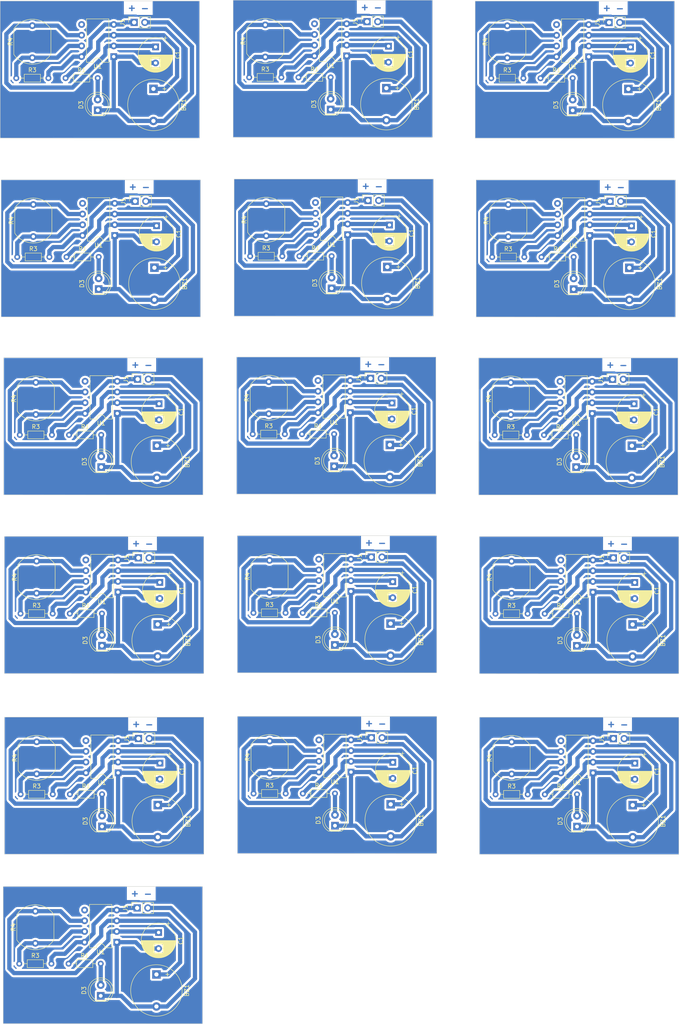
<source format=kicad_pcb>
(kicad_pcb (version 20240108) (generator "pcbnew") (generator_version "8.0")
  (layers (0 "F.Cu" signal) (31 "B.Cu" signal) (34 "B.Paste" user) (35 "F.Paste" user) (36 "B.SilkS" user "B.Silkscreen") (37 "F.SilkS" user "F.Silkscreen") (38 "B.Mask" user) (39 "F.Mask" user) (44 "Edge.Cuts" user))
  (net 0 "")
  (net 1 "Net-(BZ1--)")
  (net 2 "Net-(BZ1-+)")
  (net 3 "Net-(U1-THR)")
  (net 4 "Net-(D3-A)")
  (net 5 "Net-(J1-Pin_1)")
  (net 6 "Net-(U1-DIS)")
  (footprint "LED_THT:LED_D5.0mm_Clear" (layer "F.Cu") (at 52.195 271.471 90)
    (property "Reference" "D3")
    (property "Value" "LED")
  )
  (footprint "Connector_PinSocket_2.54mm:PinSocket_1x02_P2.54mm_Vertical" (layer "F.Cu") (at 172.709944 40.780912 90)
    (property "Reference" "J1")
    (property "Value" "Conn_01x02_Socket" (hide yes))
  )
  (footprint "Connector_PinSocket_2.54mm:PinSocket_1x02_P2.54mm_Vertical" (layer "F.Cu") (at 115.334944 40.580912 90)
    (property "Reference" "J1")
    (property "Value" "Conn_01x02_Socket" (hide yes))
  )
  (footprint "Connector_PinSocket_2.54mm:PinSocket_1x02_P2.54mm_Vertical" (layer "F.Cu") (at 60.348855 83.1424 90)
    (property "Reference" "J1")
    (property "Value" "Conn_01x02_Socket" (hide yes))
  )
  (footprint "Package_DIP:DIP-8_W7.62mm" (layer "F.Cu") (at 55.512855 91.2604 180)
    (property "Reference" "U1")
    (property "Value" "ICM7555xP")
  )
  (footprint "Connector_PinSocket_2.54mm:PinSocket_1x02_P2.54mm_Vertical" (layer "F.Cu") (at 61.148855 210.4924 90)
    (property "Reference" "J1")
    (property "Value" "Conn_01x02_Socket" (hide yes))
  )
  (footprint "Resistor_THT:R_Axial_DIN0204_L3.6mm_D1.6mm_P7.62mm_Horizontal" (layer "F.Cu") (at 99.307799 96.173312)
    (property "Reference" "R1")
    (property "Value" "10k")
  )
  (footprint "LED_THT:LED_D5.0mm_Clear" (layer "F.Cu") (at 164.073944 61.608912 90)
    (property "Reference" "D3")
    (property "Value" "LED")
  )
  (footprint "OptoDevice:R_LDR_10x8.5mm_P7.6mm_Vertical" (layer "F.Cu") (at 36.218855 91.5144 90)
    (property "Reference" "R4")
    (property "Value" "LDR03")
  )
  (footprint "Connector_PinSocket_2.54mm:PinSocket_1x02_P2.54mm_Vertical" (layer "F.Cu") (at 173.738799 210.515312 90)
    (property "Reference" "J1")
    (property "Value" "Conn_01x02_Socket" (hide yes))
  )
  (footprint "Resistor_THT:R_Axial_DIN0204_L3.6mm_D1.6mm_P7.62mm_Horizontal" (layer "F.Cu") (at 145.773799 180.898312)
    (property "Reference" "R3")
    (property "Value" "220ohm")
  )
  (footprint "Capacitor_THT:CP_Radial_D8.0mm_P3.80mm" (layer "F.Cu") (at 120.414944 46.398261 -90)
    (property "Reference" "C1")
    (property "Value" "10uf")
  )
  (footprint "Package_DIP:DIP-8_W7.62mm" (layer "F.Cu") (at 110.498944 48.698912 180)
    (property "Reference" "U1")
    (property "Value" "ICM7555xP")
  )
  (footprint "LED_THT:LED_D5.0mm_Clear" (layer "F.Cu") (at 52.512855 231.3204 90)
    (property "Reference" "D3")
    (property "Value" "LED")
  )
  (footprint "Package_DIP:DIP-8_W7.62mm" (layer "F.Cu") (at 110.727799 91.083312 180)
    (property "Reference" "U1")
    (property "Value" "ICM7555xP")
  )
  (footprint "Package_DIP:DIP-8_W7.62mm" (layer "F.Cu") (at 55.995 258.761 180)
    (property "Reference" "U1")
    (property "Value" "ICM7555xP")
  )
  (footprint "LED_THT:LED_D5.0mm_Clear" (layer "F.Cu") (at 165.102799 231.343312 90)
    (property "Reference" "D3")
    (property "Value" "LED")
  )
  (footprint "Package_DIP:DIP-8_W7.62mm" (layer "F.Cu") (at 111.502799 175.608312 180)
    (property "Reference" "U1")
    (property "Value" "ICM7555xP")
  )
  (footprint "LED_THT:LED_D5.0mm_Clear" (layer "F.Cu") (at 164.902799 146.168312 90)
    (property "Reference" "D3")
    (property "Value" "LED")
  )
  (footprint "LED_THT:LED_D5.0mm_Clear" (layer "F.Cu") (at 106.698944 61.408912 90)
    (property "Reference" "D3")
    (property "Value" "LED")
  )
  (footprint "Resistor_THT:R_Axial_DIN0204_L3.6mm_D1.6mm_P7.62mm_Horizontal" (layer "F.Cu") (at 88.223799 138.348312)
    (property "Reference" "R3")
    (property "Value" "220ohm")
  )
  (footprint "Buzzer_Beeper:Buzzer_12x9.5RM7.6" (layer "F.Cu") (at 177.510799 98.923312 -90)
    (property "Reference" "BZ1")
    (property "Value" "Buzzer")
  )
  (footprint "Resistor_THT:R_Axial_DIN0204_L3.6mm_D1.6mm_P7.62mm_Horizontal" (layer "F.Cu") (at 157.282799 138.548312)
    (property "Reference" "R1")
    (property "Value" "10k")
  )
  (footprint "Connector_PinSocket_2.54mm:PinSocket_1x02_P2.54mm_Vertical" (layer "F.Cu") (at 61.123855 167.6674 90)
    (property "Reference" "J1")
    (property "Value" "Conn_01x02_Socket" (hide yes))
  )
  (footprint "Buzzer_Beeper:Buzzer_12x9.5RM7.6" (layer "F.Cu") (at 120.935799 226.073312 -90)
    (property "Reference" "BZ1")
    (property "Value" "Buzzer")
  )
  (footprint "Resistor_THT:R_Axial_DIN0204_L3.6mm_D1.6mm_P7.62mm_Horizontal" (layer "F.Cu") (at 32.18 53.966)
    (property "Reference" "R3")
    (property "Value" "220ohm")
  )
  (footprint "Resistor_THT:R_Axial_DIN0204_L3.6mm_D1.6mm_P7.62mm_Horizontal" (layer "F.Cu") (at 87.623799 96.173312)
    (property "Reference" "R3")
    (property "Value" "220ohm")
  )
  (footprint "LED_THT:LED_D5.0mm_Clear" (layer "F.Cu") (at 51.712855 103.9704 90)
    (property "Reference" "D3")
    (property "Value" "LED")
  )
  (footprint "Buzzer_Beeper:Buzzer_12x9.5RM7.6" (layer "F.Cu") (at 65.695855 183.4254 -90)
    (property "Reference" "BZ1")
    (property "Value" "Buzzer")
  )
  (footprint "Resistor_THT:R_Axial_DIN0204_L3.6mm_D1.6mm_P7.62mm_Horizontal" (layer "F.Cu") (at 145.798799 223.723312)
    (property "Reference" "R3")
    (property "Value" "220ohm")
  )
  (footprint "Package_DIP:DIP-8_W7.62mm" (layer "F.Cu") (at 111.327799 133.258312 180)
    (property "Reference" "U1")
    (property "Value" "ICM7555xP")
  )
  (footprint "OptoDevice:R_LDR_10x8.5mm_P7.6mm_Vertical" (layer "F.Cu") (at 148.808799 91.537312 90)
    (property "Reference" "R4")
    (property "Value" "LDR03")
  )
  (footprint "Resistor_THT:R_Axial_DIN0204_L3.6mm_D1.6mm_P7.62mm_Horizontal" (layer "F.Cu") (at 99.078944 53.788912)
    (property "Reference" "R1")
    (property "Value" "10k")
  )
  (footprint "Resistor_THT:R_Axial_DIN0204_L3.6mm_D1.6mm_P7.62mm_Horizontal" (layer "F.Cu") (at 44.092855 96.3504)
    (property "Reference" "R1")
    (property "Value" "10k")
  )
  (footprint "OptoDevice:R_LDR_10x8.5mm_P7.6mm_Vertical" (layer "F.Cu") (at 36.993855 176.0394 90)
    (property "Reference" "R4")
    (property "Value" "LDR03")
  )
  (footprint "LED_THT:LED_D5.0mm_Clear" (layer "F.Cu") (at 52.312855 146.1454 90)
    (property "Reference" "D3")
    (property "Value" "LED")
  )
  (footprint "Capacitor_THT:CP_Radial_D8.0mm_P3.80mm" (layer "F.Cu") (at 66.228855 216.309749 -90)
    (property "Reference" "C1")
    (property "Value" "10uf")
  )
  (footprint "Capacitor_THT:CP_Radial_D8.0mm_P3.80mm" (layer "F.Cu") (at 66.203855 173.484749 -90)
    (property "Reference" "C1")
    (property "Value" "10uf")
  )
  (footprint "OptoDevice:R_LDR_10x8.5mm_P7.6mm_Vertical" (layer "F.Cu") (at 92.208799 175.862312 90)
    (property "Reference" "R4")
    (property "Value" "LDR03")
  )
  (footprint "Buzzer_Beeper:Buzzer_12x9.5RM7.6" (layer "F.Cu") (at 177.281944 56.538912 -90)
    (property "Reference" "BZ1")
    (property "Value" "Buzzer")
  )
  (footprint "Buzzer_Beeper:Buzzer_12x9.5RM7.6" (layer "F.Cu") (at 178.110799 141.098312 -90)
    (property "Reference" "BZ1")
    (property "Value" "Buzzer")
  )
  (footprint "LED_THT:LED_D5.0mm_Clear" (layer "F.Cu") (at 106.927799 103.793312 90)
    (property "Reference" "D3")
    (property "Value" "LED")
  )
  (footprint "Resistor_THT:R_Axial_DIN0204_L3.6mm_D1.6mm_P7.62mm_Horizontal" (layer "F.Cu") (at 88.423799 223.523312)
    (property "Reference" "R3")
    (property "Value" "220ohm")
  )
  (footprint "Capacitor_THT:CP_Radial_D8.0mm_P3.80mm" (layer "F.Cu") (at 65.2 46.575349 -90)
    (property "Reference" "C1")
    (property "Value" "10uf")
  )
  (footprint "Resistor_THT:R_Axial_DIN0204_L3.6mm_D1.6mm_P7.62mm_Horizontal" (layer "F.Cu") (at 144.998799 96.373312)
    (property "Reference" "R3")
    (property "Value" "220ohm")
  )
  (footprint "Package_DIP:DIP-8_W7.62mm" (layer "F.Cu") (at 168.102799 91.283312 180)
    (property "Reference" "U1")
    (property "Value" "ICM7555xP")
  )
  (footprint "Package_DIP:DIP-8_W7.62mm" (layer "F.Cu") (at 56.287855 175.7854 180)
    (property "Reference" "U1")
    (property "Value" "ICM7555xP")
  )
  (footprint "Package_DIP:DIP-8_W7.62mm" (layer "F.Cu") (at 167.873944 48.898912 180)
    (property "Reference" "U1")
    (property "Value" "ICM7555xP")
  )
  (footprint "Connector_PinSocket_2.54mm:PinSocket_1x02_P2.54mm_Vertical" (layer "F.Cu") (at 173.713799 167.690312 90)
    (property "Reference" "J1")
    (property "Value" "Conn_01x02_Socket" (hide yes))
  )
  (footprint "Capacitor_THT:CP_Radial_D8.0mm_P3.80mm" (layer "F.Cu") (at 121.418799 173.307661 -90)
    (property "Reference" "C1")
    (property "Value" "10uf")
  )
  (footprint "OptoDevice:R_LDR_10x8.5mm_P7.6mm_Vertical" (layer "F.Cu") (at 35.99 49.13 90)
    (property "Reference" "R4")
    (property "Value" "LDR03")
  )
  (footprint "Buzzer_Beeper:Buzzer_12x9.5RM7.6" (layer "F.Cu") (at 64.692 56.516 -90)
    (property "Reference" "BZ1")
    (property "Value" "Buzzer")
  )
  (footprint "Capacitor_THT:CP_Radial_D8.0mm_P3.80mm" (layer "F.Cu") (at 66.028855 131.134749 -90)
    (property "Reference" "C1")
    (property "Value" "10uf")
  )
  (footprint "Resistor_THT:R_Axial_DIN0204_L3.6mm_D1.6mm_P7.62mm_Horizontal" (layer "F.Cu") (at 33.008855 138.5254)
    (property "Reference" "R3")
    (property "Value" "220ohm")
  )
  (footprint "LED_THT:LED_D5.0mm_Clear" (layer "F.Cu") (at 107.527799 145.968312 90)
    (property "Reference" "D3")
    (property "Value" "LED")
  )
  (footprint "OptoDevice:R_LDR_10x8.5mm_P7.6mm_Vertical" (layer "F.Cu") (at 149.583799 176.062312 90)
    (property "Reference" "R4")
    (property "Value" "LDR03")
  )
  (footprint "Resistor_THT:R_Axial_DIN0204_L3.6mm_D1.6mm_P7.62mm_Horizontal" (layer "F.Cu") (at 156.453944 53.988912)
    (property "Reference" "R1")
    (property "Value" "10k")
  )
  (footprint "Capacitor_THT:CP_Radial_D8.0mm_P3.80mm" (layer "F.Cu") (at 178.018799 88.982661 -90)
    (property "Reference" "C1")
    (property "Value" "10uf")
  )
  (footprint "Resistor_THT:R_Axial_DIN0204_L3.6mm_D1.6mm_P7.62mm_Horizontal" (layer "F.Cu") (at 44.575 263.851)
    (property "Reference" "R1")
    (property "Value" "10k")
  )
  (footprint "Capacitor_THT:CP_Radial_D8.0mm_P3.80mm" (layer "F.Cu") (at 178.793799 173.507661 -90)
    (property "Reference" "C1")
    (property "Value" "10uf")
  )
  (footprint "OptoDevice:R_LDR_10x8.5mm_P7.6mm_Vertical" (layer "F.Cu") (at 91.433799 91.337312 90)
    (property "Reference" "R4")
    (property "Value" "LDR03")
  )
  (footprint "Connector_PinSocket_2.54mm:PinSocket_1x02_P2.54mm_Vertical" (layer "F.Cu") (at 116.363799 210.315312 90)
    (property "Reference" "J1")
    (property "Value" "Conn_01x02_Socket" (hide yes))
  )
  (footprint "Resistor_THT:R_Axial_DIN0204_L3.6mm_D1.6mm_P7.62mm_Horizontal" (layer "F.Cu") (at 156.682799 96.373312)
    (property "Reference" "R1")
    (property "Value" "10k")
  )
  (footprint "OptoDevice:R_LDR_10x8.5mm_P7.6mm_Vertical" (layer "F.Cu") (at 92.233799 218.687312 90)
    (property "Reference" "R4")
    (property "Value" "LDR03")
  )
  (footprint "Capacitor_THT:CP_Radial_D8.0mm_P3.80mm" (layer "F.Cu") (at 177.789944 46.598261 -90)
    (property "Reference" "C1")
    (property "Value" "10uf")
  )
  (footprint "Connector_PinSocket_2.54mm:PinSocket_1x02_P2.54mm_Vertical" (layer "F.Cu") (at 60.948855 125.3174 90)
    (property "Reference" "J1")
    (property "Value" "Conn_01x02_Socket" (hide yes))
  )
  (footprint "Package_DIP:DIP-8_W7.62mm" (layer "F.Cu") (at 56.312855 218.6104 180)
    (property "Reference" "U1")
    (property "Value" "ICM7555xP")
  )
  (footprint "Package_DIP:DIP-8_W7.62mm" (layer "F.Cu") (at 168.902799 218.633312 180)
    (property "Reference" "U1")
    (property "Value" "ICM7555xP")
  )
  (footprint "Capacitor_THT:CP_Radial_D8.0mm_P3.80mm" (layer "F.Cu") (at 65.428855 88.959749 -90)
    (property "Reference" "C1")
    (property "Value" "10uf")
  )
  (footprint "Capacitor_THT:CP_Radial_D8.0mm_P3.80mm" (layer "F.Cu") (at 121.443799 216.132661 -90)
    (property "Reference" "C1")
    (property "Value" "10uf")
  )
  (footprint "Resistor_THT:R_Axial_DIN0204_L3.6mm_D1.6mm_P7.62mm_Horizontal" (layer "F.Cu") (at 100.107799 223.523312)
    (property "Reference" "R1")
    (property "Value" "10k")
  )
  (footprint "Buzzer_Beeper:Buzzer_12x9.5RM7.6" (layer "F.Cu") (at 120.910799 183.248312 -90)
    (property "Reference" "BZ1")
    (property "Value" "Buzzer")
  )
  (footprint "Resistor_THT:R_Axial_DIN0204_L3.6mm_D1.6mm_P7.62mm_Horizontal" (layer "F.Cu") (at 44.867855 180.8754)
    (property "Reference" "R1")
    (property "Value" "10k")
  )
  (footprint "Buzzer_Beeper:Buzzer_12x9.5RM7.6" (layer "F.Cu") (at 64.920855 98.9004 -90)
    (property "Reference" "BZ1")
    (property "Value" "Buzzer")
  )
  (footprint "Package_DIP:DIP-8_W7.62mm" (layer "F.Cu") (at 111.527799 218.433312 180)
    (property "Reference" "U1")
    (property "Value" "ICM7555xP")
  )
  (footprint "LED_THT:LED_D5.0mm_Clear" (layer "F.Cu") (at 164.302799 103.993312 90)
    (property "Reference" "D3")
    (property "Value" "LED")
  )
  (footprint "Resistor_THT:R_Axial_DIN0204_L3.6mm_D1.6mm_P7.62mm_Horizontal" (layer "F.Cu") (at 100.082799 180.698312)
    (property "Reference" "R1")
    (property "Value" "10k")
  )
  (footprint "OptoDevice:R_LDR_10x8.5mm_P7.6mm_Vertical" (layer "F.Cu") (at 149.408799 133.712312 90)
    (property "Reference" "R4")
    (property "Value" "LDR03")
  )
  (footprint "LED_THT:LED_D5.0mm_Clear" (layer "F.Cu") (at 107.702799 188.318312 90)
    (property "Reference" "D3")
    (property "Value" "LED")
  )
  (footprint "Resistor_THT:R_Axial_DIN0204_L3.6mm_D1.6mm_P7.62mm_Horizontal" (layer "F.Cu") (at 33.183855 180.8754)
    (property "Reference" "R3")
    (property "Value" "220ohm")
  )
  (footprint "Buzzer_Beeper:Buzzer_12x9.5RM7.6" (layer "F.Cu") (at 178.285799 183.448312 -90)
    (property "Reference" "BZ1")
    (property "Value" "Buzzer")
  )
  (footprint "Buzzer_Beeper:Buzzer_12x9.5RM7.6" (layer "F.Cu") (at 65.403 266.401 -90)
    (property "Reference" "BZ1")
    (property "Value" "Buzzer")
  )
  (footprint "Resistor_THT:R_Axial_DIN0204_L3.6mm_D1.6mm_P7.62mm_Horizontal" (layer "F.Cu") (at 157.482799 223.723312)
    (property "Reference" "R1")
    (property "Value" "10k")
  )
  (footprint "Resistor_THT:R_Axial_DIN0204_L3.6mm_D1.6mm_P7.62mm_Horizontal" (layer "F.Cu") (at 44.892855 223.7004)
    (property "Reference" "R1")
    (property "Value" "10k")
  )
  (footprint "OptoDevice:R_LDR_10x8.5mm_P7.6mm_Vertical" (layer "F.Cu") (at 91.204944 48.952912 90)
    (property "Reference" "R4")
    (property "Value" "LDR03")
  )
  (footprint "Connector_PinSocket_2.54mm:PinSocket_1x02_P2.54mm_Vertical" (layer "F.Cu") (at 115.563799 82.965312 90)
    (property "Reference" "J1")
    (property "Value" "Conn_01x02_Socket" (hide yes))
  )
  (footprint "LED_THT:LED_D5.0mm_Clear" (layer "F.Cu") (at 107.727799 231.143312 90)
    (property "Reference" "D3")
    (property "Value" "LED")
  )
  (footprint "Resistor_THT:R_Axial_DIN0204_L3.6mm_D1.6mm_P7.62mm_Horizontal" (layer "F.Cu") (at 144.769944 53.988912)
    (property "Reference" "R3")
    (property "Value" "220ohm")
  )
  (footprint "Capacitor_THT:CP_Radial_D8.0mm_P3.80mm" (layer "F.Cu") (at 65.911 256.460349 -90)
    (property "Reference" "C1")
    (property "Value" "10uf")
  )
  (footprint "OptoDevice:R_LDR_10x8.5mm_P7.6mm_Vertical" (layer "F.Cu") (at 148.579944 49.152912 90)
    (property "Reference" "R4")
    (property "Value" "LDR03")
  )
  (footprint "OptoDevice:R_LDR_10x8.5mm_P7.6mm_Vertical" (layer "F.Cu") (at 149.608799 218.887312 90)
    (property "Reference" "R4")
    (property "Value" "LDR03")
  )
  (footprint "Resistor_THT:R_Axial_DIN0204_L3.6mm_D1.6mm_P7.62mm_Horizontal" (layer "F.Cu") (at 32.891 263.851)
    (property "Reference" "R3")
    (property "Value" "220ohm")
  )
  (footprint "Buzzer_Beeper:Buzzer_12x9.5RM7.6" (layer "F.Cu") (at 65.520855 141.0754 -90)
    (property "Reference" "BZ1")
    (property "Value" "Buzzer")
  )
  (footprint "Resistor_THT:R_Axial_DIN0204_L3.6mm_D1.6mm_P7.62mm_Horizontal" (layer "F.Cu") (at 145.598799 138.548312)
    (property "Reference" "R3")
    (property "Value" "220ohm")
  )
  (footprint "Package_DIP:DIP-8_W7.62mm" (layer "F.Cu") (at 55.284 48.876 180)
    (property "Reference" "U1")
    (property "Value" "ICM7555xP")
  )
  (footprint "LED_THT:LED_D5.0mm_Clear" (layer "F.Cu") (at 165.077799 188.518312 90)
    (property "Reference" "D3")
    (property "Value" "LED")
  )
  (footprint "Capacitor_THT:CP_Radial_D8.0mm_P3.80mm" (layer "F.Cu") (at 178.618799 131.157661 -90)
    (property "Reference" "C1")
    (property "Value" "10uf")
  )
  (footprint "Buzzer_Beeper:Buzzer_12x9.5RM7.6" (layer "F.Cu") (at 178.310799 226.273312 -90)
    (property "Reference" "BZ1")
    (property "Value" "Buzzer")
  )
  (footprint "Resistor_THT:R_Axial_DIN0204_L3.6mm_D1.6mm_P7.62mm_Horizontal" (layer "F.Cu") (at 87.394944 53.788912)
    (property "Reference" "R3")
    (property "Value" "220ohm")
  )
  (footprint "OptoDevice:R_LDR_10x8.5mm_P7.6mm_Vertical" (layer "F.Cu") (at 36.701 259.015 90)
    (property "Reference" "R4")
    (property "Value" "LDR03")
  )
  (footprint "Buzzer_Beeper:Buzzer_12x9.5RM7.6" (layer "F.Cu") (at 119.906944 56.338912 -90)
    (property "Reference" "BZ1")
    (property "Value" "Buzzer")
  )
  (footprint "Capacitor_THT:CP_Radial_D8.0mm_P3.80mm" (layer "F.Cu") (at 121.243799 130.957661 -90)
    (property "Reference" "C1")
    (property "Value" "10uf")
  )
  (footprint "Buzzer_Beeper:Buzzer_12x9.5RM7.6" (layer "F.Cu") (at 120.135799 98.723312 -90)
    (property "Reference" "BZ1")
    (property "Value" "Buzzer")
  )
  (footprint "Connector_PinSocket_2.54mm:PinSocket_1x02_P2.54mm_Vertical" (layer "F.Cu") (at 60.12 40.758 90)
    (property "Reference" "J1")
    (property "Value" "Conn_01x02_Socket" (hide yes))
  )
  (footprint "Buzzer_Beeper:Buzzer_12x9.5RM7.6" (layer "F.Cu") (at 120.735799 140.898312 -90)
    (property "Reference" "BZ1")
    (property "Value" "Buzzer")
  )
  (footprint "OptoDevice:R_LDR_10x8.5mm_P7.6mm_Vertical" (layer "F.Cu") (at 37.018855 218.8644 90)
    (property "Reference" "R4")
    (property "Value" "LDR03")
  )
  (footprint "Capacitor_THT:CP_Radial_D8.0mm_P3.80mm" (layer "F.Cu") (at 120.643799 88.782661 -90)
    (property "Reference" "C1")
    (property "Value" "10uf")
  )
  (footprint "Package_DIP:DIP-8_W7.62mm" (layer "F.Cu") (at 168.702799 133.458312 180)
    (property "Reference" "U1")
    (property "Value" "ICM7555xP")
  )
  (footprint "Resistor_THT:R_Axial_DIN0204_L3.6mm_D1.6mm_P7.62mm_Horizontal" (layer "F.Cu") (at 33.208855 223.7004)
    (property "Reference" "R3")
    (property "Value" "220ohm")
  )
  (footprint "LED_THT:LED_D5.0mm_Clear" (layer "F.Cu") (at 52.487855 188.4954 90)
    (property "Reference" "D3")
    (property "Value" "LED")
  )
  (footprint "Package_DIP:DIP-8_W7.62mm" (layer "F.Cu") (at 168.877799 175.808312 180)
    (property "Reference" "U1")
    (property "Value" "ICM7555xP")
  )
  (footprint "Connector_PinSocket_2.54mm:PinSocket_1x02_P2.54mm_Vertical" (layer "F.Cu") (at 173.538799 125.340312 90)
    (property "Reference" "J1")
    (property "Value" "Conn_01x02_Socket" (hide yes))
  )
  (footprint "Resistor_THT:R_Axial_DIN0204_L3.6mm_D1.6mm_P7.62mm_Horizontal" (layer "F.Cu") (at 32.408855 96.3504)
    (property "Reference" "R3")
    (property "Value" "220ohm")
  )
  (footprint "Resistor_THT:R_Axial_DIN0204_L3.6mm_D1.6mm_P7.62mm_Horizontal" (layer "F.Cu") (at 157.457799 180.898312)
    (property "Reference" "R1")
    (property "Value" "10k")
  )
  (footprint "Connector_PinSocket_2.54mm:PinSocket_1x02_P2.54mm_Vertical" (layer "F.Cu") (at 172.938799 83.165312 90)
    (property "Reference" "J1")
    (property "Value" "Conn_01x02_Socket" (hide yes))
  )
  (footprint "Connector_PinSocket_2.54mm:PinSocket_1x02_P2.54mm_Vertical" (layer "F.Cu") (at 116.163799 125.140312 90)
    (property "Reference" "J1")
    (property "Value" "Conn_01x02_Socket" (hide yes))
  )
  (footprint "LED_THT:LED_D5.0mm_Clear" (layer "F.Cu") (at 51.484 61.586 90)
    (property "Reference" "D3")
    (property "Value" "LED")
  )
  (footprint "Capacitor_THT:CP_Radial_D8.0mm_P3.80mm" (layer "F.Cu") (at 178.818799 216.332661 -90)
    (property "Reference" "C1")
    (property "Value" "10uf")
  )
  (footprint "Package_DIP:DIP-8_W7.62mm" (layer "F.Cu") (at 56.112855 133.4354 180)
    (property "Reference" "U1")
    (property "Value" "ICM7555xP")
  )
  (footprint "Resistor_THT:R_Axial_DIN0204_L3.6mm_D1.6mm_P7.62mm_Horizontal" (layer "F.Cu") (at 43.864 53.966)
    (property "Reference" "R1")
    (property "Value" "10k")
  )
  (footprint "Resistor_THT:R_Axial_DIN0204_L3.6mm_D1.6mm_P7.62mm_Horizontal" (layer "F.Cu") (at 88.398799 180.698312)
    (property "Reference" "R3")
    (property "Value" "220ohm")
  )
  (footprint "Connector_PinSocket_2.54mm:PinSocket_1x02_P2.54mm_Vertical" (layer "F.Cu") (at 60.831 250.643 90)
    (property "Reference" "J1")
    (property "Value" "Conn_01x02_Socket" (hide yes))
  )
  (footprint "Buzzer_Beeper:Buzzer_12x9.5RM7.6" (layer "F.Cu") (at 65.720855 226.2504 -90)
    (property "Reference" "BZ1")
    (property "Value" "Buzzer")
  )
  (footprint "Resistor_THT:R_Axial_DIN0204_L3.6mm_D1.6mm_P7.62mm_Horizontal" (layer "F.Cu") (at 99.907799 138.348312)
    (property "Reference" "R1")
    (property "Value" "10k")
  )
  (footprint "Resistor_THT:R_Axial_DIN0204_L3.6mm_D1.6mm_P7.62mm_Horizontal" (layer "F.Cu") (at 44.692855 138.5254)
    (property "Reference" "R1")
    (property "Value" "10k")
  )
  (footprint "OptoDevice:R_LDR_10x8.5mm_P7.6mm_Vertical" (layer "F.Cu") (at 92.033799 133.512312 90)
    (property "Reference" "R4")
    (property "Value" "LDR03")
  )
  (footprint "Connector_PinSocket_2.54mm:PinSocket_1x02_P2.54mm_Vertical" (layer "F.Cu") (at 116.338799 167.490312 90)
    (property "Reference" "J1")
    (property "Value" "Conn_01x02_Socket" (hide yes))
  )
  (footprint "OptoDevice:R_LDR_10x8.5mm_P7.6mm_Vertical" (layer "F.Cu") (at 36.818855 133.6894 90)
    (property "Reference" "R4")
    (property "Value" "LDR03")
  )
  (gr_rect (start 83.584944 35.500912) (end 130.828944 68.012912) (stroke (width 0.1)) (fill none) (layer "Edge.Cuts"))
  (gr_rect (start 83.813799 77.885312) (end 131.057799 110.397312) (stroke (width 0.1)) (fill none) (layer "Edge.Cuts"))
  (gr_rect (start 29.198855 120.2374) (end 76.442855 152.7494) (stroke (width 0.1)) (fill none) (layer "Edge.Cuts"))
  (gr_rect (start 29.398855 205.4124) (end 76.642855 237.9244) (stroke (width 0.1)) (fill none) (layer "Edge.Cuts"))
  (gr_rect (start 28.37 35.678) (end 75.614 68.19) (stroke (width 0.1)) (fill none) (layer "Edge.Cuts"))
  (gr_rect (start 140.959944 35.700912) (end 188.203944 68.212912) (stroke (width 0.1)) (fill none) (layer "Edge.Cuts"))
  (gr_rect (start 29.373855 162.5874) (end 76.617855 195.0994) (stroke (width 0.1)) (fill none) (layer "Edge.Cuts"))
  (gr_rect (start 141.788799 120.260312) (end 189.032799 152.772312) (stroke (width 0.1)) (fill none) (layer "Edge.Cuts"))
  (gr_rect (start 141.963799 162.610312) (end 189.207799 195.122312) (stroke (width 0.1)) (fill none) (layer "Edge.Cuts"))
  (gr_rect (start 28.598855 78.0624) (end 75.842855 110.5744) (stroke (width 0.1)) (fill none) (layer "Edge.Cuts"))
  (gr_rect (start 141.988799 205.435312) (end 189.232799 237.947312) (stroke (width 0.1)) (fill none) (layer "Edge.Cuts"))
  (gr_rect (start 84.613799 205.235312) (end 131.857799 237.747312) (stroke (width 0.1)) (fill none) (layer "Edge.Cuts"))
  (gr_rect (start 29.081 245.563) (end 76.325 278.075) (stroke (width 0.1)) (fill none) (layer "Edge.Cuts"))
  (gr_rect (start 84.588799 162.410312) (end 131.832799 194.922312) (stroke (width 0.1)) (fill none) (layer "Edge.Cuts"))
  (gr_rect (start 84.413799 120.060312) (end 131.657799 152.572312) (stroke (width 0.1)) (fill none) (layer "Edge.Cuts"))
  (gr_rect (start 141.188799 78.085312) (end 188.432799 110.597312) (stroke (width 0.1)) (fill none) (layer "Edge.Cuts"))
  (gr_text "-" (at 64.828855 208.0094 0) (layer "B.Cu") (effects (font (size 1.5 1.5) (thickness 0.3) (bold yes)) (justify left bottom mirror)))
  (gr_text "-" (at 119.843799 122.657312 0) (layer "B.Cu") (effects (font (size 1.5 1.5) (thickness 0.3) (bold yes)) (justify left bottom mirror)))
  (gr_text "+" (at 116.743799 122.557312 0) (layer "B.Cu") (effects (font (size 1.5 1.5) (thickness 0.3) (bold yes)) (justify left bottom mirror)))
  (gr_text "-" (at 63.8 38.275 0) (layer "B.Cu") (effects (font (size 1.5 1.5) (thickness 0.3) (bold yes)) (justify left bottom mirror)))
  (gr_text "-" (at 119.243799 80.482312 0) (layer "B.Cu") (effects (font (size 1.5 1.5) (thickness 0.3) (bold yes)) (justify left bottom mirror)))
  (gr_text "+" (at 115.914944 37.997912 0) (layer "B.Cu") (effects (font (size 1.5 1.5) (thickness 0.3) (bold yes)) (justify left bottom mirror)))
  (gr_text "-" (at 177.218799 122.857312 0) (layer "B.Cu") (effects (font (size 1.5 1.5) (thickness 0.3) (bold yes)) (justify left bottom mirror)))
  (gr_text "+" (at 116.943799 207.732312 0) (layer "B.Cu") (effects (font (size 1.5 1.5) (thickness 0.3) (bold yes)) (justify left bottom mirror)))
  (gr_text "+" (at 60.928855 80.5594 0) (layer "B.Cu") (effects (font (size 1.5 1.5) (thickness 0.3) (bold yes)) (justify left bottom mirror)))
  (gr_text "-" (at 64.028855 80.6594 0) (layer "B.Cu") (effects (font (size 1.5 1.5) (thickness 0.3) (bold yes)) (justify left bottom mirror)))
  (gr_text "-" (at 64.511 248.16 0) (layer "B.Cu") (effects (font (size 1.5 1.5) (thickness 0.3) (bold yes)) (justify left bottom mirror)))
  (gr_text "-" (at 177.418799 208.032312 0) (layer "B.Cu") (effects (font (size 1.5 1.5) (thickness 0.3) (bold yes)) (justify left bottom mirror)))
  (gr_text "+" (at 60.7 38.175 0) (layer "B.Cu") (effects (font (size 1.5 1.5) (thickness 0.3) (bold yes)) (justify left bottom mirror)))
  (gr_text "+" (at 61.528855 122.7344 0) (layer "B.Cu") (effects (font (size 1.5 1.5) (thickness 0.3) (bold yes)) (justify left bottom mirror)))
  (gr_text "+" (at 174.293799 165.107312 0) (layer "B.Cu") (effects (font (size 1.5 1.5) (thickness 0.3) (bold yes)) (justify left bottom mirror)))
  (gr_text "-" (at 64.803855 165.1844 0) (layer "B.Cu") (effects (font (size 1.5 1.5) (thickness 0.3) (bold yes)) (justify left bottom mirror)))
  (gr_text "-" (at 119.014944 38.097912 0) (layer "B.Cu") (effects (font (size 1.5 1.5) (thickness 0.3) (bold yes)) (justify left bottom mirror)))
  (gr_text "-" (at 177.393799 165.207312 0) (layer "B.Cu") (effects (font (size 1.5 1.5) (thickness 0.3) (bold yes)) (justify left bottom mirror)))
  (gr_text "+" (at 61.703855 165.0844 0) (layer "B.Cu") (effects (font (size 1.5 1.5) (thickness 0.3) (bold yes)) (justify left bottom mirror)))
  (gr_text "+" (at 116.918799 164.907312 0) (layer "B.Cu") (effects (font (size 1.5 1.5) (thickness 0.3) (bold yes)) (justify left bottom mirror)))
  (gr_text "-" (at 64.628855 122.8344 0) (layer "B.Cu") (effects (font (size 1.5 1.5) (thickness 0.3) (bold yes)) (justify left bottom mirror)))
  (gr_text "+" (at 174.118799 122.757312 0) (layer "B.Cu") (effects (font (size 1.5 1.5) (thickness 0.3) (bold yes)) (justify left bottom mirror)))
  (gr_text "+" (at 173.289944 38.197912 0) (layer "B.Cu") (effects (font (size 1.5 1.5) (thickness 0.3) (bold yes)) (justify left bottom mirror)))
  (gr_text "+" (at 61.411 248.06 0) (layer "B.Cu") (effects (font (size 1.5 1.5) (thickness 0.3) (bold yes)) (justify left bottom mirror)))
  (gr_text "-" (at 176.389944 38.297912 0) (layer "B.Cu") (effects (font (size 1.5 1.5) (thickness 0.3) (bold yes)) (justify left bottom mirror)))
  (gr_text "-" (at 120.043799 207.832312 0) (layer "B.Cu") (effects (font (size 1.5 1.5) (thickness 0.3) (bold yes)) (justify left bottom mirror)))
  (gr_text "+" (at 61.728855 207.9094 0) (layer "B.Cu") (effects (font (size 1.5 1.5) (thickness 0.3) (bold yes)) (justify left bottom mirror)))
  (gr_text "+" (at 116.143799 80.382312 0) (layer "B.Cu") (effects (font (size 1.5 1.5) (thickness 0.3) (bold yes)) (justify left bottom mirror)))
  (gr_text "+" (at 173.518799 80.582312 0) (layer "B.Cu") (effects (font (size 1.5 1.5) (thickness 0.3) (bold yes)) (justify left bottom mirror)))
  (gr_text "+" (at 174.318799 207.932312 0) (layer "B.Cu") (effects (font (size 1.5 1.5) (thickness 0.3) (bold yes)) (justify left bottom mirror)))
  (gr_text "-" (at 120.018799 165.007312 0) (layer "B.Cu") (effects (font (size 1.5 1.5) (thickness 0.3) (bold yes)) (justify left bottom mirror)))
  (gr_text "-" (at 176.618799 80.682312 0) (layer "B.Cu") (effects (font (size 1.5 1.5) (thickness 0.3) (bold yes)) (justify left bottom mirror)))
  (segment (start 68.262855 141.0754) (end 65.520855 141.0754) (width 1) (layer "B.Cu") (net 1))
  (segment (start 111.502799 170.528312) (end 109.397799 170.528312) (width 1) (layer "B.Cu") (net 1))
  (segment (start 165.218799 217.132312) (end 160.618799 221.732312) (width 1) (layer "B.Cu") (net 1))
  (segment (start 103.243799 221.532312) (end 102.098799 221.532312) (width 1) (layer "B.Cu") (net 1))
  (segment (start 123.677799 226.073312) (end 120.935799 226.073312) (width 1) (layer "B.Cu") (net 1))
  (segment (start 125.514944 46.797912) (end 125.514944 53.472912) (width 1) (layer "B.Cu") (net 1))
  (segment (start 101.898799 136.357312) (end 99.907799 138.348312) (width 1) (layer "B.Cu") (net 1))
  (segment (start 168.102799 86.203312) (end 165.997799 86.203312) (width 1) (layer "B.Cu") (net 1))
  (segment (start 159.273799 136.557312) (end 157.282799 138.548312) (width 1) (layer "B.Cu") (net 1))
  (segment (start 107.818799 174.107312) (end 103.218799 178.707312) (width 1) (layer "B.Cu") (net 1))
  (segment (start 71.128855 131.5344) (end 71.128855 138.2094) (width 1) (layer "B.Cu") (net 1))
  (segment (start 46.883855 221.7094) (end 44.892855 223.7004) (width 1) (layer "B.Cu") (net 1))
  (segment (start 180.539799 128.378312) (end 183.718799 131.557312) (width 1) (layer "B.Cu") (net 1))
  (segment (start 160.418799 136.557312) (end 159.273799 136.557312) (width 1) (layer "B.Cu") (net 1))
  (segment (start 158.444944 51.997912) (end 156.453944 53.988912) (width 1) (layer "B.Cu") (net 1))
  (segment (start 110.727799 86.003312) (end 108.622799 86.003312) (width 1) (layer "B.Cu") (net 1))
  (segment (start 166.772799 170.728312) (end 165.193799 172.307312) (width 1) (layer "B.Cu") (net 1))
  (segment (start 107.643799 131.757312) (end 103.043799 136.357312) (width 1) (layer "B.Cu") (net 1))
  (segment (start 67.121 43.796) (end 70.3 46.975) (width 1) (layer "B.Cu") (net 1))
  (segment (start 102.098799 221.532312) (end 100.107799 223.523312) (width 1) (layer "B.Cu") (net 1))
  (segment (start 102.443799 94.182312) (end 101.298799 94.182312) (width 1) (layer "B.Cu") (net 1))
  (segment (start 159.473799 221.732312) (end 157.482799 223.723312) (width 1) (layer "B.Cu") (net 1))
  (segment (start 55.284 43.796) (end 67.121 43.796) (width 1) (layer "B.Cu") (net 1))
  (segment (start 111.527799 213.353312) (end 109.422799 213.353312) (width 1) (layer "B.Cu") (net 1))
  (segment (start 122.335944 43.618912) (end 125.514944 46.797912) (width 1) (layer "B.Cu") (net 1))
  (segment (start 123.364799 213.353312) (end 126.543799 216.532312) (width 1) (layer "B.Cu") (net 1))
  (segment (start 111.527799 213.353312) (end 123.364799 213.353312) (width 1) (layer "B.Cu") (net 1))
  (segment (start 165.218799 215.132312) (end 165.218799 217.132312) (width 1) (layer "B.Cu") (net 1))
  (segment (start 181.027799 183.448312) (end 178.285799 183.448312) (width 1) (layer "B.Cu") (net 1))
  (segment (start 46.566 261.86) (end 44.575 263.851) (width 1) (layer "B.Cu") (net 1))
  (segment (start 182.889944 53.672912) (end 180.023944 56.538912) (width 1) (layer "B.Cu") (net 1))
  (segment (start 165.768944 43.818912) (end 164.189944 45.397912) (width 1) (layer "B.Cu") (net 1))
  (segment (start 47 51.975) (end 45.855 51.975) (width 1) (layer "B.Cu") (net 1))
  (segment (start 164.418799 89.782312) (end 159.818799 94.382312) (width 1) (layer "B.Cu") (net 1))
  (segment (start 54.182855 170.7054) (end 52.603855 172.2844) (width 1) (layer "B.Cu") (net 1))
  (segment (start 126.518799 173.707312) (end 126.518799 180.382312) (width 1) (layer "B.Cu") (net 1))
  (segment (start 164.418799 87.782312) (end 164.418799 89.782312) (width 1) (layer "B.Cu") (net 1))
  (segment (start 108.393944 43.618912) (end 106.814944 45.197912) (width 1) (layer "B.Cu") (net 1))
  (segment (start 168.702799 128.378312) (end 166.597799 128.378312) (width 1) (layer "B.Cu") (net 1))
  (segment (start 52.311 255.26) (end 52.311 257.26) (width 1) (layer "B.Cu") (net 1))
  (segment (start 183.918799 223.407312) (end 181.052799 226.273312) (width 1) (layer "B.Cu") (net 1))
  (segment (start 52.603855 172.2844) (end 52.603855 174.2844) (width 1) (layer "B.Cu") (net 1))
  (segment (start 68.124855 170.7054) (end 71.303855 173.8844) (width 1) (layer "B.Cu") (net 1))
  (segment (start 71.011 263.535) (end 68.145 266.401) (width 1) (layer "B.Cu") (net 1))
  (segment (start 166.597799 128.378312) (end 165.018799 129.957312) (width 1) (layer "B.Cu") (net 1))
  (segment (start 183.918799 216.732312) (end 183.918799 223.407312) (width 1) (layer "B.Cu") (net 1))
  (segment (start 181.052799 226.273312) (end 178.310799 226.273312) (width 1) (layer "B.Cu") (net 1))
  (segment (start 109.422799 213.353312) (end 107.843799 214.932312) (width 1) (layer "B.Cu") (net 1))
  (segment (start 180.023944 56.538912) (end 177.281944 56.538912) (width 1) (layer "B.Cu") (net 1))
  (segment (start 107.843799 214.932312) (end 107.843799 216.932312) (width 1) (layer "B.Cu") (net 1))
  (segment (start 165.193799 174.307312) (end 160.593799 178.907312) (width 1) (layer "B.Cu") (net 1))
  (segment (start 101.298799 94.182312) (end 99.307799 96.173312) (width 1) (layer "B.Cu") (net 1))
  (segment (start 167.873944 43.818912) (end 165.768944 43.818912) (width 1) (layer "B.Cu") (net 1))
  (segment (start 126.543799 223.207312) (end 123.677799 226.073312) (width 1) (layer "B.Cu") (net 1))
  (segment (start 52.603855 174.2844) (end 48.003855 178.8844) (width 1) (layer "B.Cu") (net 1))
  (segment (start 56.287855 170.7054) (end 54.182855 170.7054) (width 1) (layer "B.Cu") (net 1))
  (segment (start 126.343799 138.032312) (end 123.477799 140.898312) (width 1) (layer "B.Cu") (net 1))
  (segment (start 68.462855 226.2504) (end 65.720855 226.2504) (width 1) (layer "B.Cu") (net 1))
  (segment (start 56.112855 128.3554) (end 67.949855 128.3554) (width 1) (layer "B.Cu") (net 1))
  (segment (start 52.311 257.26) (end 47.711 261.86) (width 1) (layer "B.Cu") (net 1))
  (segment (start 183.893799 180.582312) (end 181.027799 183.448312) (width 1) (layer "B.Cu") (net 1))
  (segment (start 123.477799 140.898312) (end 120.735799 140.898312) (width 1) (layer "B.Cu") (net 1))
  (segment (start 67.662855 98.9004) (end 64.920855 98.9004) (width 1) (layer "B.Cu") (net 1))
  (segment (start 107.843799 216.932312) (end 103.243799 221.532312) (width 1) (layer "B.Cu") (net 1))
  (segment (start 53.407855 86.1804) (end 51.828855 87.7594) (width 1) (layer "B.Cu") (net 1))
  (segment (start 110.498944 43.618912) (end 122.335944 43.618912) (width 1) (layer "B.Cu") (net 1))
  (segment (start 56.312855 213.5304) (end 54.207855 213.5304) (width 1) (layer "B.Cu") (net 1))
  (segment (start 168.902799 213.553312) (end 180.739799 213.553312) (width 1) (layer "B.Cu") (net 1))
  (segment (start 68.437855 183.4254) (end 65.695855 183.4254) (width 1) (layer "B.Cu") (net 1))
  (segment (start 52.428855 131.9344) (end 47.828855 136.5344) (width 1) (layer "B.Cu") (net 1))
  (segment (start 126.343799 131.357312) (end 126.343799 138.032312) (width 1) (layer "B.Cu") (net 1))
  (segment (start 51.6 47.375) (end 47 51.975) (width 1) (layer "B.Cu") (net 1))
  (segment (start 71.328855 216.7094) (end 71.328855 223.3844) (width 1) (layer "B.Cu") (net 1))
  (segment (start 52.428855 129.9344) (end 52.428855 131.9344) (width 1) (layer "B.Cu") (net 1))
  (segment (start 55.512855 86.1804) (end 53.407855 86.1804) (width 1) (layer "B.Cu") (net 1))
  (segment (start 106.814944 47.197912) (end 102.214944 51.797912) (width 1) (layer "B.Cu") (net 1))
  (segment (start 183.118799 96.057312) (end 180.252799 98.923312) (width 1) (layer "B.Cu") (net 1))
  (segment (start 47.828855 136.5344) (end 46.683855 136.5344) (width 1) (layer "B.Cu") (net 1))
  (segment (start 103.043799 136.357312) (end 101.898799 136.357312) (width 1) (layer "B.Cu") (net 1))
  (segment (start 183.718799 138.232312) (end 180.852799 141.098312) (width 1) (layer "B.Cu") (net 1))
  (segment (start 183.118799 89.382312) (end 183.118799 96.057312) (width 1) (layer "B.Cu") (net 1))
  (segment (start 125.743799 95.857312) (end 122.877799 98.723312) (width 1) (layer "B.Cu") (net 1))
  (segment (start 55.512855 86.1804) (end 67.349855 86.1804) (width 1) (layer "B.Cu") (net 1))
  (segment (start 67.434 56.516) (end 64.692 56.516) (width 1) (layer "B.Cu") (net 1))
  (segment (start 165.018799 131.957312) (end 160.418799 136.557312) (width 1) (layer "B.Cu") (net 1))
  (segment (start 71.303855 180.5594) (end 68.437855 183.4254) (width 1) (layer "B.Cu") (net 1))
  (segment (start 71.328855 223.3844) (end 68.462855 226.2504) (width 1) (layer "B.Cu") (net 1))
  (segment (start 164.189944 47.397912) (end 159.589944 51.997912) (width 1) (layer "B.Cu") (net 1))
  (segment (start 55.284 43.796) (end 53.179 43.796) (width 1) (layer "B.Cu") (net 1))
  (segment (start 180.852799 141.098312) (end 178.110799 141.098312) (width 1) (layer "B.Cu") (net 1))
  (segment (start 123.164799 128.178312) (end 126.343799 131.357312) (width 1) (layer "B.Cu") (net 1))
  (segment (start 56.287855 170.7054) (end 68.124855 170.7054) (width 1) (layer "B.Cu") (net 1))
  (segment (start 168.102799 86.203312) (end 179.939799 86.203312) (width 1) (layer "B.Cu") (net 1))
  (segment (start 56.112855 128.3554) (end 54.007855 128.3554) (width 1) (layer "B.Cu") (net 1))
  (segment (start 71.011 256.86) (end 71.011 263.535) (width 1) (layer "B.Cu") (net 1))
  (segment (start 55.995 253.681) (end 67.832 253.681) (width 1) (layer "B.Cu") (net 1))
  (segment (start 51.828855 87.7594) (end 51.828855 89.7594) (width 1) (layer "B.Cu") (net 1))
  (segment (start 165.997799 86.203312) (end 164.418799 87.782312) (width 1) (layer "B.Cu") (net 1))
  (segment (start 179.939799 86.203312) (end 183.118799 89.382312) (width 1) (layer "B.Cu") (net 1))
  (segment (start 180.714799 170.728312) (end 183.893799 173.907312) (width 1) (layer "B.Cu") (net 1))
  (segment (start 168.702799 128.378312) (end 180.539799 128.378312) (width 1) (layer "B.Cu") (net 1))
  (segment (start 125.514944 53.472912) (end 122.648944 56.338912) (width 1) (layer "B.Cu") (net 1))
  (segment (start 46.858855 178.8844) (end 44.867855 180.8754) (width 1) (layer "B.Cu") (net 1))
  (segment (start 71.303855 173.8844) (end 71.303855 180.5594) (width 1) (layer "B.Cu") (net 1))
  (segment (start 52.628855 217.1094) (end 48.028855 221.7094) (width 1) (layer "B.Cu") (net 1))
  (segment (start 102.073799 178.707312) (end 100.082799 180.698312) (width 1) (layer "B.Cu") (net 1))
  (segment (start 67.832 253.681) (end 71.011 256.86) (width 1) (layer "B.Cu") (net 1))
  (segment (start 108.622799 86.003312) (end 107.043799 87.582312) (width 1) (layer "B.Cu") (net 1))
  (segment (start 111.502799 170.528312) (end 123.339799 170.528312) (width 1) (layer "B.Cu") (net 1))
  (segment (start 160.618799 221.732312) (end 159.473799 221.732312) (width 1) (layer "B.Cu") (net 1))
  (segment (start 70.528855 96.0344) (end 67.662855 98.9004) (width 1) (layer "B.Cu") (net 1))
  (segment (start 166.797799 213.553312) (end 165.218799 215.132312) (width 1) (layer "B.Cu") (net 1))
  (segment (start 70.3 46.975) (end 70.3 53.65) (width 1) (layer "B.Cu") (net 1))
  (segment (start 109.222799 128.178312) (end 107.643799 129.757312) (width 1) (layer "B.Cu") (net 1))
  (segment (start 123.652799 183.248312) (end 120.910799 183.248312) (width 1) (layer "B.Cu") (net 1))
  (segment (start 103.218799 178.707312) (end 102.073799 178.707312) (width 1) (layer "B.Cu") (net 1))
  (segment (start 48.028855 221.7094) (end 46.883855 221.7094) (width 1) (layer "B.Cu") (net 1))
  (segment (start 164.189944 45.397912) (end 164.189944 47.397912) (width 1) (layer "B.Cu") (net 1))
  (segment (start 182.889944 46.997912) (end 182.889944 53.672912) (width 1) (layer "B.Cu") (net 1))
  (segment (start 126.518799 180.382312) (end 123.652799 183.248312) (width 1) (layer "B.Cu") (net 1))
  (segment (start 180.252799 98.923312) (end 177.510799 98.923312) (width 1) (layer "B.Cu") (net 1))
  (segment (start 107.043799 87.582312) (end 107.043799 89.582312) (width 1) (layer "B.Cu") (net 1))
  (segment (start 123.339799 170.528312) (end 126.518799 173.707312) (width 1) (layer "B.Cu") (net 1))
  (segment (start 71.128855 138.2094) (end 68.262855 141.0754) (width 1) (layer "B.Cu") (net 1))
  (segment (start 52.628855 215.1094) (end 52.628855 217.1094) (width 1) (layer "B.Cu") (net 1))
  (segment (start 106.814944 45.197912) (end 106.814944 47.197912) (width 1) (layer "B.Cu") (net 1))
  (segment (start 53.179 43.796) (end 51.6 45.375) (width 1) (layer "B.Cu") (net 1))
  (segment (start 179.710944 43.818912) (end 182.889944 46.997912) (width 1) (layer "B.Cu") (net 1))
  (segment (start 168.877799 170.728312) (end 166.772799 170.728312) (width 1) (layer "B.Cu") (net 1))
  (segment (start 47.711 261.86) (end 46.566 261.86) (width 1) (layer "B.Cu") (net 1))
  (segment (start 183.893799 173.907312) (end 183.893799 180.582312) (width 1) (layer "B.Cu") (net 1))
  (segment (start 54.207855 213.5304) (end 52.628855 215.1094) (width 1) (layer "B.Cu") (net 1))
  (segment (start 159.589944 51.997912) (end 158.444944 51.997912) (width 1) (layer "B.Cu") (net 1))
  (segment (start 53.89 253.681) (end 52.311 255.26) (width 1) (layer "B.Cu") (net 1))
  (segment (start 46.083855 94.3594) (end 44.092855 96.3504) (width 1) (layer "B.Cu") (net 1))
  (segment (start 68.145 266.401) (end 65.403 266.401) (width 1) (layer "B.Cu") (net 1))
  (segment (start 107.818799 172.107312) (end 107.818799 174.107312) (width 1) (layer "B.Cu") (net 1))
  (segment (start 107.643799 129.757312) (end 107.643799 131.757312) (width 1) (layer "B.Cu") (net 1))
  (segment (start 122.877799 98.723312) (end 120.135799 98.723312) (width 1) (layer "B.Cu") (net 1))
  (segment (start 102.214944 51.797912) (end 101.069944 51.797912) (width 1) (layer "B.Cu") (net 1))
  (segment (start 54.007855 128.3554) (end 52.428855 129.9344) (width 1) (layer "B.Cu") (net 1))
  (segment (start 51.828855 89.7594) (end 47.228855 94.3594) (width 1) (layer "B.Cu") (net 1))
  (segment (start 183.718799 131.557312) (end 183.718799 138.232312) (width 1) (layer "B.Cu") (net 1))
  (segment (start 111.327799 128.178312) (end 109.222799 128.178312) (width 1) (layer "B.Cu") (net 1))
  (segment (start 46.683855 136.5344) (end 44.692855 138.5254) (width 1) (layer "B.Cu") (net 1))
  (segment (start 48.003855 178.8844) (end 46.858855 178.8844) (width 1) (layer "B.Cu") (net 1))
  (segment (start 70.3 53.65) (end 67.434 56.516) (width 1) (layer "B.Cu") (net 1))
  (segment (start 109.397799 170.528312) (end 107.818799 172.107312) (width 1) (layer "B.Cu") (net 1))
  (segment (start 67.349855 86.1804) (end 70.528855 89.3594) (width 1) (layer "B.Cu") (net 1))
  (segment (start 55.995 253.681) (end 53.89 253.681) (width 1) (layer "B.Cu") (net 1))
  (segment (start 180.739799 213.553312) (end 183.918799 216.732312) (width 1) (layer "B.Cu") (net 1))
  (segment (start 165.018799 129.957312) (end 165.018799 131.957312) (width 1) (layer "B.Cu") (net 1))
  (segment (start 159.448799 178.907312) (end 157.457799 180.898312) (width 1) (layer "B.Cu") (net 1))
  (segment (start 56.312855 213.5304) (end 68.149855 213.5304) (width 1) (layer "B.Cu") (net 1))
  (segment (start 167.873944 43.818912) (end 179.710944 43.818912) (width 1) (layer "B.Cu") (net 1))
  (segment (start 110.498944 43.618912) (end 108.393944 43.618912) (width 1) (layer "B.Cu") (net 1))
  (segment (start 168.902799 213.553312) (end 166.797799 213.553312) (width 1) (layer "B.Cu") (net 1))
  (segment (start 110.727799 86.003312) (end 122.564799 86.003312) (width 1) (layer "B.Cu") (net 1))
  (segment (start 111.327799 128.178312) (end 123.164799 128.178312) (width 1) (layer "B.Cu") (net 1))
  (segment (start 126.543799 216.532312) (end 126.543799 223.207312) (width 1) (layer "B.Cu") (net 1))
  (segment (start 122.648944 56.338912) (end 119.906944 56.338912) (width 1) (layer "B.Cu") (net 1))
  (segment (start 45.855 51.975) (end 43.864 53.966) (width 1) (layer "B.Cu") (net 1))
  (segment (start 51.6 45.375) (end 51.6 47.375) (width 1) (layer "B.Cu") (net 1))
  (segment (start 165.193799 172.307312) (end 165.193799 174.307312) (width 1) (layer "B.Cu") (net 1))
  (segment (start 158.673799 94.382312) (end 156.682799 96.373312) (width 1) (layer "B.Cu") (net 1))
  (segment (start 125.743799 89.182312) (end 125.743799 95.857312) (width 1) (layer "B.Cu") (net 1))
  (segment (start 168.877799 170.728312) (end 180.714799 170.728312) (width 1) (layer "B.Cu") (net 1))
  (segment (start 159.818799 94.382312) (end 158.673799 94.382312) (width 1) (layer "B.Cu") (net 1))
  (segment (start 160.593799 178.907312) (end 159.448799 178.907312) (width 1) (layer "B.Cu") (net 1))
  (segment (start 122.564799 86.003312) (end 125.743799 89.182312) (width 1) (layer "B.Cu") (net 1))
  (segment (start 70.528855 89.3594) (end 70.528855 96.0344) (width 1) (layer "B.Cu") (net 1))
  (segment (start 68.149855 213.5304) (end 71.328855 216.7094) (width 1) (layer "B.Cu") (net 1))
  (segment (start 101.069944 51.797912) (end 99.078944 53.788912) (width 1) (layer "B.Cu") (net 1))
  (segment (start 67.949855 128.3554) (end 71.128855 131.5344) (width 1) (layer "B.Cu") (net 1))
  (segment (start 107.043799 89.582312) (end 102.443799 94.182312) (width 1) (layer "B.Cu") (net 1))
  (segment (start 47.228855 94.3594) (end 46.083855 94.3594) (width 1) (layer "B.Cu") (net 1))
  (segment (start 177.510799 106.523312) (end 171.684799 106.523312) (width 1) (layer "B.Cu") (net 2))
  (segment (start 110.727799 103.784312) (end 110.718799 103.793312) (width 1) (layer "B.Cu") (net 2))
  (segment (start 59.894855 233.8504) (end 57.364855 231.3204) (width 1) (layer "B.Cu") (net 2))
  (segment (start 171.684799 106.523312) (end 169.154799 103.993312) (width 1) (layer "B.Cu") (net 2))
  (segment (start 62.104204 134.934749) (end 66.028855 134.934749) (width 1) (layer "B.Cu") (net 2))
  (segment (start 55.284 48.876) (end 55.284 61.577) (width 1) (layer "B.Cu") (net 2))
  (segment (start 115.819799 133.258312) (end 117.319148 134.757661) (width 1) (layer "B.Cu") (net 2))
  (segment (start 174.094148 92.782661) (end 178.018799 92.782661) (width 1) (layer "B.Cu") (net 2))
  (segment (start 56.303855 231.3204) (end 52.512855 231.3204) (width 1) (layer "B.Cu") (net 2))
  (segment (start 112.379799 145.968312) (end 111.318799 145.968312) (width 1) (layer "B.Cu") (net 2))
  (segment (start 180.627799 148.698312) (end 187.243799 142.082312) (width 1) (layer "B.Cu") (net 2))
  (segment (start 119.906944 63.938912) (end 122.423944 63.938912) (width 1) (layer "B.Cu") (net 2))
  (segment (start 115.084799 190.848312) (end 112.554799 188.318312) (width 1) (layer "B.Cu") (net 2))
  (segment (start 55.284 61.577) (end 55.275 61.586) (width 1) (layer "B.Cu") (net 2))
  (segment (start 178.110799 148.698312) (end 172.284799 148.698312) (width 1) (layer "B.Cu") (net 2))
  (segment (start 120.135799 106.323312) (end 122.652799 106.323312) (width 1) (layer "B.Cu") (net 2))
  (segment (start 69.111855 167.6674) (end 63.663855 167.6674) (width 1) (layer "B.Cu") (net 2))
  (segment (start 111.318799 145.968312) (end 107.527799 145.968312) (width 1) (layer "B.Cu") (net 2))
  (segment (start 56.287855 188.4864) (end 56.278855 188.4954) (width 1) (layer "B.Cu") (net 2))
  (segment (start 130.068799 216.032312) (end 124.351799 210.315312) (width 1) (layer "B.Cu") (net 2))
  (segment (start 110.727799 91.083312) (end 115.219799 91.083312) (width 1) (layer "B.Cu") (net 2))
  (segment (start 64.920855 106.5004) (end 59.094855 106.5004) (width 1) (layer "B.Cu") (net 2))
  (segment (start 60.804855 218.6104) (end 62.304204 220.109749) (width 1) (layer "B.Cu") (net 2))
  (segment (start 120.910799 190.848312) (end 115.084799 190.848312) (width 1) (layer "B.Cu") (net 2))
  (segment (start 178.310799 233.873312) (end 172.484799 233.873312) (width 1) (layer "B.Cu") (net 2))
  (segment (start 64.920855 106.5004) (end 67.437855 106.5004) (width 1) (layer "B.Cu") (net 2))
  (segment (start 130.068799 227.057312) (end 130.068799 216.032312) (width 1) (layer "B.Cu") (net 2))
  (segment (start 129.039944 57.322912) (end 129.039944 46.297912) (width 1) (layer "B.Cu") (net 2))
  (segment (start 56.112855 133.4354) (end 56.112855 146.1364) (width 1) (layer "B.Cu") (net 2))
  (segment (start 67.437855 106.5004) (end 74.053855 99.8844) (width 1) (layer "B.Cu") (net 2))
  (segment (start 111.502799 175.608312) (end 115.994799 175.608312) (width 1) (layer "B.Cu") (net 2))
  (segment (start 65.403 274.001) (end 67.92 274.001) (width 1) (layer "B.Cu") (net 2))
  (segment (start 168.902799 231.334312) (end 168.893799 231.343312) (width 1) (layer "B.Cu") (net 2))
  (segment (start 74.853855 216.2094) (end 69.136855 210.4924) (width 1) (layer "B.Cu") (net 2))
  (segment (start 112.579799 231.143312) (end 111.518799 231.143312) (width 1) (layer "B.Cu") (net 2))
  (segment (start 74.053855 88.8594) (end 68.336855 83.1424) (width 1) (layer "B.Cu") (net 2))
  (segment (start 57.047 271.471) (end 55.986 271.471) (width 1) (layer "B.Cu") (net 2))
  (segment (start 129.268799 88.682312) (end 123.551799 82.965312) (width 1) (layer "B.Cu") (net 2))
  (segment (start 181.526799 125.340312) (end 176.078799 125.340312) (width 1) (layer "B.Cu") (net 2))
  (segment (start 57.164855 146.1454) (end 56.103855 146.1454) (width 1) (layer "B.Cu") (net 2))
  (segment (start 56.287855 175.7854) (end 56.287855 188.4864) (width 1) (layer "B.Cu") (net 2))
  (segment (start 172.284799 148.698312) (end 169.754799 146.168312) (width 1) (layer "B.Cu") (net 2))
  (segment (start 62.304204 220.109749) (end 66.228855 220.109749) (width 1) (layer "B.Cu") (net 2))
  (segment (start 187.418799 184.432312) (end 187.418799 173.407312) (width 1) (layer "B.Cu") (net 2))
  (segment (start 178.285799 191.048312) (end 180.802799 191.048312) (width 1) (layer "B.Cu") (net 2))
  (segment (start 56.278855 188.4954) (end 52.487855 188.4954) (width 1) (layer "B.Cu") (net 2))
  (segment (start 124.326799 167.490312) (end 118.878799 167.490312) (width 1) (layer "B.Cu") (net 2))
  (segment (start 67.209 64.116) (end 73.825 57.5) (width 1) (layer "B.Cu") (net 2))
  (segment (start 169.154799 103.993312) (end 168.093799 103.993312) (width 1) (layer "B.Cu") (net 2))
  (segment (start 186.414944 46.497912) (end 180.697944 40.780912) (width 1) (layer "B.Cu") (net 2))
  (segment (start 56.103855 146.1454) (end 52.312855 146.1454) (width 1) (layer "B.Cu") (net 2))
  (segment (start 173.194799 133.458312) (end 174.694148 134.957661) (width 1) (layer "B.Cu") (net 2))
  (segment (start 180.827799 233.873312) (end 187.443799 227.257312) (width 1) (layer "B.Cu") (net 2))
  (segment (start 65.520855 148.6754) (end 68.037855 148.6754) (width 1) (layer "B.Cu") (net 2))
  (segment (start 174.869148 177.307661) (end 178.793799 177.307661) (width 1) (layer "B.Cu") (net 2))
  (segment (start 74.828855 173.3844) (end 69.111855 167.6674) (width 1) (layer "B.Cu") (net 2))
  (segment (start 167.873944 48.898912) (end 172.365944 48.898912) (width 1) (layer "B.Cu") (net 2))
  (segment (start 111.779799 103.793312) (end 110.718799 103.793312) (width 1) (layer "B.Cu") (net 2))
  (segment (start 117.319148 134.757661) (end 121.243799 134.757661) (width 1) (layer "B.Cu") (net 2))
  (segment (start 187.243799 142.082312) (end 187.243799 131.057312) (width 1) (layer "B.Cu") (net 2))
  (segment (start 61.986349 260.260349) (end 65.911 260.260349) (width 1) (layer "B.Cu") (net 2))
  (segment (start 172.484799 233.873312) (end 169.954799 231.343312) (width 1) (layer "B.Cu") (net 2))
  (segment (start 111.550944 61.408912) (end 110.489944 61.408912) (width 1) (layer "B.Cu") (net 2))
  (segment (start 122.423944 63.938912) (end 129.039944 57.322912) (width 1) (layer "B.Cu") (net 2))
  (segment (start 177.281944 64.138912) (end 179.798944 64.138912) (width 1) (layer "B.Cu") (net 2))
  (segment (start 120.935799 233.673312) (end 123.452799 233.673312) (width 1) (layer "B.Cu") (net 2))
  (segment (start 186.643799 88.882312) (end 180.926799 83.165312) (width 1) (layer "B.Cu") (net 2))
  (segment (start 68.936855 125.3174) (end 63.488855 125.3174) (width 1) (layer "B.Cu") (net 2))
  (segment (start 123.252799 148.498312) (end 129.868799 141.882312) (width 1) (layer "B.Cu") (net 2))
  (segment (start 178.285799 191.048312) (end 172.459799 191.048312) (width 1) (layer "B.Cu") (net 2))
  (segment (start 169.929799 188.518312) (end 168.868799 188.518312) (width 1) (layer "B.Cu") (net 2))
  (segment (start 65.720855 233.8504) (end 68.237855 233.8504) (width 1) (layer "B.Cu") (net 2))
  (segment (start 168.702799 133.458312) (end 173.194799 133.458312) (width 1) (layer "B.Cu") (net 2))
  (segment (start 111.502799 175.608312) (end 111.502799 188.309312) (width 1) (layer "B.Cu") (net 2))
  (segment (start 110.498944 61.399912) (end 110.489944 61.408912) (width 1) (layer "B.Cu") (net 2))
  (segment (start 68.237855 233.8504) (end 74.853855 227.2344) (width 1) (layer "B.Cu") (net 2))
  (segment (start 177.510799 106.523312) (end 180.027799 106.523312) (width 1) (layer "B.Cu") (net 2))
  (segment (start 116.490293 50.198261) (end 120.414944 50.198261) (width 1) (layer "B.Cu") (net 2))
  (segment (start 187.243799 131.057312) (end 181.526799 125.340312) (width 1) (layer "B.Cu") (net 2))
  (segment (start 65.403 274.001) (end 59.577 274.001) (width 1) (layer "B.Cu") (net 2))
  (segment (start 60.004855 91.2604) (end 61.504204 92.759749) (width 1) (layer "B.Cu") (net 2))
  (segment (start 180.697944 40.780912) (end 175.249944 40.780912) (width 1) (layer "B.Cu") (net 2))
  (segment (start 55.995 258.761) (end 55.995 271.462) (width 1) (layer "B.Cu") (net 2))
  (segment (start 174.894148 220.132661) (end 178.818799 220.132661) (width 1) (layer "B.Cu") (net 2))
  (segment (start 55.275 61.586) (end 51.484 61.586) (width 1) (layer "B.Cu") (net 2))
  (segment (start 168.902799 218.633312) (end 168.902799 231.334312) (width 1) (layer "B.Cu") (net 2))
  (segment (start 120.910799 190.848312) (end 123.427799 190.848312) (width 1) (layer "B.Cu") (net 2))
  (segment (start 74.853855 227.2344) (end 74.853855 216.2094) (width 1) (layer "B.Cu") (net 2))
  (segment (start 62.279204 177.284749) (end 66.203855 177.284749) (width 1) (layer "B.Cu") (net 2))
  (segment (start 119.906944 63.938912) (end 114.080944 63.938912) (width 1) (layer "B.Cu") (net 2))
  (segment (start 56.312855 231.3114) (end 56.303855 231.3204) (width 1) (layer "B.Cu") (net 2))
  (segment (start 167.873944 48.898912) (end 167.873944 61.599912) (width 1) (layer "B.Cu") (net 2))
  (segment (start 129.039944 46.297912) (end 123.322944 40.580912) (width 1) (layer "B.Cu") (net 2))
  (segment (start 186.643799 99.907312) (end 186.643799 88.882312) (width 1) (layer "B.Cu") (net 2))
  (segment (start 124.351799 210.315312) (end 118.903799 210.315312) (width 1) (layer "B.Cu") (net 2))
  (segment (start 180.926799 83.165312) (end 175.478799 83.165312) (width 1) (layer "B.Cu") (net 2))
  (segment (start 114.990944 48.698912) (end 116.490293 50.198261) (width 1) (layer "B.Cu") (net 2))
  (segment (start 111.493799 188.318312) (end 107.702799 188.318312) (width 1) (layer "B.Cu") (net 2))
  (segment (start 117.494148 177.107661) (end 121.418799 177.107661) (width 1) (layer "B.Cu") (net 2))
  (segment (start 168.693799 146.168312) (end 164.902799 146.168312) (width 1) (layer "B.Cu") (net 2))
  (segment (start 68.037855 148.6754) (end 74.653855 142.0594) (width 1) (layer "B.Cu") (net 2))
  (segment (start 55.512855 91.2604) (end 60.004855 91.2604) (width 1) (layer "B.Cu") (net 2))
  (segment (start 168.877799 175.808312) (end 173.369799 175.808312) (width 1) (layer "B.Cu") (net 2))
  (segment (start 114.909799 148.498312) (end 112.379799 145.968312) (width 1) (layer "B.Cu") (net 2))
  (segment (start 56.287855 175.7854) (end 60.779855 175.7854) (width 1) (layer "B.Cu") (net 2))
  (segment (start 57.339855 188.4954) (end 56.278855 188.4954) (width 1) (layer "B.Cu") (net 2))
  (segment (start 129.868799 130.857312) (end 124.151799 125.140312) (width 1) (layer "B.Cu") (net 2))
  (segment (start 123.551799 82.965312) (end 118.103799 82.965312) (width 1) (layer "B.Cu") (net 2))
  (segment (start 74.653855 131.0344) (end 68.936855 125.3174) (width 1) (layer "B.Cu") (net 2))
  (segment (start 168.877799 188.509312) (end 168.868799 188.518312) (width 1) (layer "B.Cu") (net 2))
  (segment (start 59.094855 106.5004) (end 56.564855 103.9704) (width 1) (layer "B.Cu") (net 2))
  (segment (start 169.754799 146.168312) (end 168.693799 146.168312) (width 1) (layer "B.Cu") (net 2))
  (segment (start 174.694148 134.957661) (end 178.618799 134.957661) (width 1) (layer "B.Cu") (net 2))
  (segment (start 110.489944 61.408912) (end 106.698944 61.408912) (width 1) (layer "B.Cu") (net 2))
  (segment (start 181.726799 210.515312) (end 176.278799 210.515312) (width 1) (layer "B.Cu") (net 2))
  (segment (start 178.310799 233.873312) (end 180.827799 233.873312) (width 1) (layer "B.Cu") (net 2))
  (segment (start 115.219799 91.083312) (end 116.719148 92.582661) (width 1) (layer "B.Cu") (net 2))
  (segment (start 120.935799 233.673312) (end 115.109799 233.673312) (width 1) (layer "B.Cu") (net 2))
  (segment (start 68.819 250.643) (end 63.371 250.643) (width 1) (layer "B.Cu") (net 2))
  (segment (start 55.995 271.462) (end 55.986 271.471) (width 1) (layer "B.Cu") (net 2))
  (segment (start 130.043799 173.207312) (end 124.326799 167.490312) (width 1) (layer "B.Cu") (net 2))
  (segment (start 173.394799 218.633312) (end 174.894148 220.132661) (width 1) (layer "B.Cu") (net 2))
  (segment (start 59.869855 191.0254) (end 57.339855 188.4954) (width 1) (layer "B.Cu") (net 2))
  (segment (start 55.512855 103.9614) (end 55.503855 103.9704) (width 1) (layer "B.Cu") (net 2))
  (segment (start 56.312855 218.6104) (end 60.804855 218.6104) (width 1) (layer "B.Cu") (net 2))
  (segment (start 61.504204 92.759749) (end 65.428855 92.759749) (width 1) (layer "B.Cu") (net 2))
  (segment (start 168.925944 61.608912) (end 167.864944 61.608912) (width 1) (layer "B.Cu") (net 2))
  (segment (start 114.309799 106.323312) (end 111.779799 103.793312) (width 1) (layer "B.Cu") (net 2))
  (segment (start 68.336855 83.1424) (end 62.888855 83.1424) (width 1) (layer "B.Cu") (net 2))
  (segment (start 177.281944 64.138912) (end 171.455944 64.138912) (width 1) (layer "B.Cu") (net 2))
  (segment (start 180.802799 191.048312) (end 187.418799 184.432312) (width 1) (layer "B.Cu") (net 2))
  (segment (start 55.512855 91.2604) (end 55.512855 103.9614) (width 1) (layer "B.Cu") (net 2))
  (segment (start 111.327799 133.258312) (end 115.819799 133.258312) (width 1) (layer "B.Cu") (net 2))
  (segment (start 73.825 46.475) (end 68.108 40.758) (width 1) (layer "B.Cu") (net 2))
  (segment (start 120.135799 106.323312) (end 114.309799 106.323312) (width 1) (layer "B.Cu") (net 2))
  (segment (start 111.518799 231.143312) (end 107.727799 231.143312) (width 1) (layer "B.Cu") (net 2))
  (segment (start 56.312855 218.6104) (end 56.312855 231.3114) (width 1) (layer "B.Cu") (net 2))
  (segment (start 114.080944 63.938912) (end 111.550944 61.408912) (width 1) (layer "B.Cu") (net 2))
  (segment (start 123.452799 233.673312) (end 130.068799 227.057312) (width 1) (layer "B.Cu") (net 2))
  (segment (start 129.268799 99.707312) (end 129.268799 88.682312) (width 1) (layer "B.Cu") (net 2))
  (segment (start 171.455944 64.138912) (end 168.925944 61.608912) (width 1) (layer "B.Cu") (net 2))
  (segment (start 117.519148 219.932661) (end 121.443799 219.932661) (width 1) (layer "B.Cu") (net 2))
  (segment (start 168.702799 146.159312) (end 168.693799 146.168312) (width 1) (layer "B.Cu") (net 2))
  (segment (start 110.498944 48.698912) (end 114.990944 48.698912) (width 1) (layer "B.Cu") (net 2))
  (segment (start 55.284 48.876) (end 59.776 48.876) (width 1) (layer "B.Cu") (net 2))
  (segment (start 123.322944 40.580912) (end 117.874944 40.580912) (width 1) (layer "B.Cu") (net 2))
  (segment (start 181.701799 167.690312) (end 176.253799 167.690312) (width 1) (layer "B.Cu") (net 2))
  (segment (start 74.536 267.385) (end 74.536 256.36) (width 1) (layer "B.Cu") (net 2))
  (segment (start 110.718799 103.793312) (end 106.927799 103.793312) (width 1) (layer "B.Cu") (net 2))
  (segment (start 187.418799 173.407312) (end 181.701799 167.690312) (width 1) (layer "B.Cu") (net 2))
  (segment (start 187.443799 216.232312) (end 181.726799 210.515312) (width 1) (layer "B.Cu") (net 2))
  (segment (start 56.564855 103.9704) (end 55.503855 103.9704) (width 1) (layer "B.Cu") (net 2))
  (segment (start 173.865293 50.398261) (end 177.789944 50.398261) (width 1) (layer "B.Cu") (net 2))
  (segment (start 111.527799 218.433312) (end 116.019799 218.433312) (width 1) (layer "B.Cu") (net 2))
  (segment (start 180.027799 106.523312) (end 186.643799 99.907312) (width 1) (layer "B.Cu") (net 2))
  (segment (start 168.893799 231.343312) (end 165.102799 231.343312) (width 1) (layer "B.Cu") (net 2))
  (segment (start 56.112855 133.4354) (end 60.604855 133.4354) (width 1) (layer "B.Cu") (net 2))
  (segment (start 58.866 64.116) (end 56.336 61.586) (width 1) (layer "B.Cu") (net 2))
  (segment (start 65.695855 191.0254) (end 59.869855 191.0254) (width 1) (layer "B.Cu") (net 2))
  (segment (start 168.702799 133.458312) (end 168.702799 146.159312) (width 1) (layer "B.Cu") (net 2))
  (segment (start 115.994799 175.608312) (end 117.494148 177.107661) (width 1) (layer "B.Cu") (net 2))
  (segment (start 55.503855 103.9704) (end 51.712855 103.9704) (width 1) (layer "B.Cu") (net 2))
  (segment (start 110.498944 48.698912) (end 110.498944 61.399912) (width 1) (layer "B.Cu") (net 2))
  (segment (start 168.877799 175.808312) (end 168.877799 188.509312) (width 1) (layer "B.Cu") (net 2))
  (segment (start 74.653855 142.0594) (end 74.653855 131.0344) (width 1) (layer "B.Cu") (net 2))
  (segment (start 112.554799 188.318312) (end 111.493799 188.318312) (width 1) (layer "B.Cu") (net 2))
  (segment (start 111.327799 145.959312) (end 111.318799 145.968312) (width 1) (layer "B.Cu") (net 2))
  (segment (start 123.427799 190.848312) (end 130.043799 184.232312) (width 1) (layer "B.Cu") (net 2))
  (segment (start 74.536 256.36) (end 68.819 250.643) (width 1) (layer "B.Cu") (net 2))
  (segment (start 69.136855 210.4924) (end 63.688855 210.4924) (width 1) (layer "B.Cu") (net 2))
  (segment (start 186.414944 57.522912) (end 186.414944 46.497912) (width 1) (layer "B.Cu") (net 2))
  (segment (start 167.864944 61.608912) (end 164.073944 61.608912) (width 1) (layer "B.Cu") (net 2))
  (segment (start 68.212855 191.0254) (end 74.828855 184.4094) (width 1) (layer "B.Cu") (net 2))
  (segment (start 111.527799 231.134312) (end 111.518799 231.143312) (width 1) (layer "B.Cu") (net 2))
  (segment (start 64.692 64.116) (end 58.866 64.116) (width 1) (layer "B.Cu") (net 2))
  (segment (start 60.487 258.761) (end 61.986349 260.260349) (width 1) (layer "B.Cu") (net 2))
  (segment (start 68.108 40.758) (end 62.66 40.758) (width 1) (layer "B.Cu") (net 2))
  (segment (start 172.459799 191.048312) (end 169.929799 188.518312) (width 1) (layer "B.Cu") (net 2))
  (segment (start 65.520855 148.6754) (end 59.694855 148.6754) (width 1) (layer "B.Cu") (net 2))
  (segment (start 172.365944 48.898912) (end 173.865293 50.398261) (width 1) (layer "B.Cu") (net 2))
  (segment (start 168.102799 103.984312) (end 168.093799 103.993312) (width 1) (layer "B.Cu") (net 2))
  (segment (start 67.92 274.001) (end 74.536 267.385) (width 1) (layer "B.Cu") (net 2))
  (segment (start 122.652799 106.323312) (end 129.268799 99.707312) (width 1) (layer "B.Cu") (net 2))
  (segment (start 59.694855 148.6754) (end 57.164855 146.1454) (width 1) (layer "B.Cu") (net 2))
  (segment (start 120.735799 148.498312) (end 123.252799 148.498312) (width 1) (layer "B.Cu") (net 2))
  (segment (start 110.727799 91.083312) (end 110.727799 103.784312) (width 1) (layer "B.Cu") (net 2))
  (segment (start 111.502799 188.309312) (end 111.493799 188.318312) (width 1) (layer "B.Cu") (net 2))
  (segment (start 59.776 48.876) (end 61.275349 50.375349) (width 1) (layer "B.Cu") (net 2))
  (segment (start 56.112855 146.1364) (end 56.103855 146.1454) (width 1) (layer "B.Cu") (net 2))
  (segment (start 55.995 258.761) (end 60.487 258.761) (width 1) (layer "B.Cu") (net 2))
  (segment (start 111.327799 133.258312) (end 111.327799 145.959312) (width 1) (layer "B.Cu") (net 2))
  (segment (start 168.093799 103.993312) (end 164.302799 103.993312) (width 1) (layer "B.Cu") (net 2))
  (segment (start 56.336 61.586) (end 55.275 61.586) (width 1) (layer "B.Cu") (net 2))
  (segment (start 120.735799 148.498312) (end 114.909799 148.498312) (width 1) (layer "B.Cu") (net 2))
  (segment (start 55.986 271.471) (end 52.195 271.471) (width 1) (layer "B.Cu") (net 2))
  (segment (start 59.577 274.001) (end 57.047 271.471) (width 1) (layer "B.Cu") (net 2))
  (segment (start 172.594799 91.283312) (end 174.094148 92.782661) (width 1) (layer "B.Cu") (net 2))
  (segment (start 116.019799 218.433312) (end 117.519148 219.932661) (width 1) (layer "B.Cu") (net 2))
  (segment (start 168.102799 91.283312) (end 172.594799 91.283312) (width 1) (layer "B.Cu") (net 2))
  (segment (start 74.828855 184.4094) (end 74.828855 173.3844) (width 1) (layer "B.Cu") (net 2))
  (segment (start 65.695855 191.0254) (end 68.212855 191.0254) (width 1) (layer "B.Cu") (net 2))
  (segment (start 61.275349 50.375349) (end 65.2 50.375349) (width 1) (layer "B.Cu") (net 2))
  (segment (start 60.779855 175.7854) (end 62.279204 177.284749) (width 1) (layer "B.Cu") (net 2))
  (segment (start 130.043799 184.232312) (end 130.043799 173.207312) (width 1) (layer "B.Cu") (net 2))
  (segment (start 65.720855 233.8504) (end 59.894855 233.8504) (width 1) (layer "B.Cu") (net 2))
  (segment (start 179.798944 64.138912) (end 186.414944 57.522912) (width 1) (layer "B.Cu") (net 2))
  (segment (start 115.109799 233.673312) (end 112.579799 231.143312) (width 1) (layer "B.Cu") (net 2))
  (segment (start 173.369799 175.808312) (end 174.869148 177.307661) (width 1) (layer "B.Cu") (net 2))
  (segment (start 168.102799 91.283312) (end 168.102799 103.984312) (width 1) (layer "B.Cu") (net 2))
  (segment (start 129.868799 141.882312) (end 129.868799 130.857312) (width 1) (layer "B.Cu") (net 2))
  (segment (start 168.868799 188.518312) (end 165.077799 188.518312) (width 1) (layer "B.Cu") (net 2))
  (segment (start 57.364855 231.3204) (end 56.303855 231.3204) (width 1) (layer "B.Cu") (net 2))
  (segment (start 64.692 64.116) (end 67.209 64.116) (width 1) (layer "B.Cu") (net 2))
  (segment (start 60.604855 133.4354) (end 62.104204 134.934749) (width 1) (layer "B.Cu") (net 2))
  (segment (start 187.443799 227.257312) (end 187.443799 216.232312) (width 1) (layer "B.Cu") (net 2))
  (segment (start 124.151799 125.140312) (end 118.703799 125.140312) (width 1) (layer "B.Cu") (net 2))
  (segment (start 169.954799 231.343312) (end 168.893799 231.343312) (width 1) (layer "B.Cu") (net 2))
  (segment (start 178.110799 148.698312) (end 180.627799 148.698312) (width 1) (layer "B.Cu") (net 2))
  (segment (start 116.719148 92.582661) (end 120.643799 92.582661) (width 1) (layer "B.Cu") (net 2))
  (segment (start 111.527799 218.433312) (end 111.527799 231.134312) (width 1) (layer "B.Cu") (net 2))
  (segment (start 167.873944 61.599912) (end 167.864944 61.608912) (width 1) (layer "B.Cu") (net 2))
  (segment (start 74.053855 99.8844) (end 74.053855 88.8594) (width 1) (layer "B.Cu") (net 2))
  (segment (start 168.902799 218.633312) (end 173.394799 218.633312) (width 1) (layer "B.Cu") (net 2))
  (segment (start 73.825 57.5) (end 73.825 46.475) (width 1) (layer "B.Cu") (net 2))
  (segment (start 87.009944 41.352912) (end 91.204944 41.352912) (width 1) (layer "B.Cu") (net 3))
  (segment (start 109.518799 175.157312) (end 101.743799 182.932312) (width 1) (layer "B.Cu") (net 3))
  (segment (start 158.943799 140.782312) (end 144.343799 140.782312) (width 1) (layer "B.Cu") (net 3))
  (segment (start 166.118799 90.832312) (end 158.343799 98.607312) (width 1) (layer "B.Cu") (net 3))
  (segment (start 56.287855 173.2454) (end 54.817855 173.2454) (width 1) (layer "B.Cu") (net 3))
  (segment (start 158.114944 56.222912) (end 143.514944 56.222912) (width 1) (layer "B.Cu") (net 3))
  (segment (start 88.013799 168.262312) (end 92.208799 168.262312) (width 1) (layer "B.Cu") (net 3))
  (segment (start 111.527799 215.893312) (end 121.20445 215.893312) (width 1) (layer "B.Cu") (net 3))
  (segment (start 32.798855 168.4394) (end 36.993855 168.4394) (width 1) (layer "B.Cu") (net 3))
  (segment (start 55.512855 88.7204) (end 54.042855 88.7204) (width 1) (layer "B.Cu") (net 3))
  (segment (start 103.882799 170.528312) (end 100.464799 170.528312) (width 1) (layer "B.Cu") (net 3))
  (segment (start 156.835944 43.818912) (end 154.569944 41.552912) (width 1) (layer "B.Cu") (net 3))
  (segment (start 85.039944 54.922912) (end 85.039944 43.322912) (width 1) (layer "B.Cu") (net 3))
  (segment (start 101.768799 225.757312) (end 87.168799 225.757312) (width 1) (layer "B.Cu") (net 3))
  (segment (start 167.232799 130.918312) (end 166.718799 131.432312) (width 1) (layer "B.Cu") (net 3))
  (segment (start 111.527799 215.893312) (end 110.057799 215.893312) (width 1) (layer "B.Cu") (net 3))
  (segment (start 108.514944 46.672912) (end 108.514944 48.247912) (width 1) (layer "B.Cu") (net 3))
  (segment (start 178.37945 130.918312) (end 178.618799 131.157661) (width 1) (layer "B.Cu") (net 3))
  (segment (start 100.489799 213.353312) (end 98.223799 211.087312) (width 1) (layer "B.Cu") (net 3))
  (segment (start 98.223799 211.087312) (end 92.233799 211.087312) (width 1) (layer "B.Cu") (net 3))
  (segment (start 32.823855 211.2644) (end 37.018855 211.2644) (width 1) (layer "B.Cu") (net 3))
  (segment (start 88.038799 211.087312) (end 92.233799 211.087312) (width 1) (layer "B.Cu") (net 3))
  (segment (start 157.864799 213.553312) (end 155.598799 211.287312) (width 1) (layer "B.Cu") (net 3))
  (segment (start 31.636 266.085) (end 30.536 264.985) (width 1) (layer "B.Cu") (net 3))
  (segment (start 166.893799 173.782312) (end 166.893799 175.357312) (width 1) (layer "B.Cu") (net 3))
  (segment (start 109.028944 46.158912) (end 108.514944 46.672912) (width 1) (layer "B.Cu") (net 3))
  (segment (start 45.525 56.2) (end 30.925 56.2) (width 1) (layer "B.Cu") (net 3))
  (segment (start 54.011 256.735) (end 54.011 258.31) (width 1) (layer "B.Cu") (net 3))
  (segment (start 165.889944 48.447912) (end 158.114944 56.222912) (width 1) (layer "B.Cu") (net 3))
  (segment (start 42.808855 126.0894) (end 36.818855 126.0894) (width 1) (layer "B.Cu") (net 3))
  (segment (start 110.498944 46.158912) (end 109.028944 46.158912) (width 1) (layer "B.Cu") (net 3))
  (segment (start 86.368799 98.407312) (end 85.268799 97.307312) (width 1) (layer "B.Cu") (net 3))
  (segment (start 56.312855 216.0704) (end 54.842855 216.0704) (width 1) (layer "B.Cu") (net 3))
  (segment (start 47.892855 86.1804) (end 44.474855 86.1804) (width 1) (layer "B.Cu") (net 3))
  (segment (start 48.692855 213.5304) (end 45.274855 213.5304) (width 1) (layer "B.Cu") (net 3))
  (segment (start 144.343799 140.782312) (end 143.243799 139.682312) (width 1) (layer "B.Cu") (net 3))
  (segment (start 48.492855 128.3554) (end 45.074855 128.3554) (width 1) (layer "B.Cu") (net 3))
  (segment (start 109.543799 217.982312) (end 101.768799 225.757312) (width 1) (layer "B.Cu") (net 3))
  (segment (start 30.925 56.2) (end 29.825 55.1) (width 1) (layer "B.Cu") (net 3))
  (segment (start 120.40445 88.543312) (end 120.643799 88.782661) (width 1) (layer "B.Cu") (net 3))
  (segment (start 30.828855 170.4094) (end 32.798855 168.4394) (width 1) (layer "B.Cu") (net 3))
  (segment (start 87.838799 125.912312) (end 92.033799 125.912312) (width 1) (layer "B.Cu") (net 3))
  (segment (start 111.502799 173.068312) (end 121.17945 173.068312) (width 1) (layer "B.Cu") (net 3))
  (segment (start 121.00445 130.718312) (end 121.243799 130.957661) (width 1) (layer "B.Cu") (net 3))
  (segment (start 145.388799 168.462312) (end 149.583799 168.462312) (width 1) (layer "B.Cu") (net 3))
  (segment (start 65.789506 130.8954) (end 66.028855 131.134749) (width 1) (layer "B.Cu") (net 3))
  (segment (start 108.514944 48.247912) (end 100.739944 56.022912) (width 1) (layer "B.Cu") (net 3))
  (segment (start 100.739944 56.022912) (end 86.139944 56.022912) (width 1) (layer "B.Cu") (net 3))
  (segment (start 166.718799 133.007312) (end 158.943799 140.782312) (width 1) (layer "B.Cu") (net 3))
  (segment (start 54.128855 131.4094) (end 54.128855 132.9844) (width 1) (layer "B.Cu") (net 3))
  (segment (start 99.689799 86.003312) (end 97.423799 83.737312) (width 1) (layer "B.Cu") (net 3))
  (segment (start 64.960651 46.336) (end 65.2 46.575349) (width 1) (layer "B.Cu") (net 3))
  (segment (start 85.268799 97.307312) (end 85.268799 85.707312) (width 1) (layer "B.Cu") (net 3))
  (segment (start 167.432799 216.093312) (end 166.918799 216.607312) (width 1) (layer "B.Cu") (net 3))
  (segment (start 103.707799 128.178312) (end 100.289799 128.178312) (width 1) (layer "B.Cu") (net 3))
  (segment (start 167.873944 46.358912) (end 166.403944 46.358912) (width 1) (layer "B.Cu") (net 3))
  (segment (start 56.312855 216.0704) (end 65.989506 216.0704) (width 1) (layer "B.Cu") (net 3))
  (segment (start 30.653855 128.0594) (end 32.623855 126.0894) (width 1) (layer "B.Cu") (net 3))
  (segment (start 111.327799 130.718312) (end 121.00445 130.718312) (width 1) (layer "B.Cu") (net 3))
  (segment (start 168.902799 216.093312) (end 167.432799 216.093312) (width 1) (layer "B.Cu") (net 3))
  (segment (start 46.236 266.085) (end 31.636 266.085) (width 1) (layer "B.Cu") (net 3))
  (segment (start 161.082799 128.378312) (end 157.664799 128.378312) (width 1) (layer "B.Cu") (net 3))
  (segment (start 154.569944 41.552912) (end 148.579944 41.552912) (width 1) (layer "B.Cu") (net 3))
  (segment (start 155.573799 168.462312) (end 149.583799 168.462312) (width 1) (layer "B.Cu") (net 3))
  (segment (start 53.814 46.336) (end 53.3 46.85) (width 1) (layer "B.Cu") (net 3))
  (segment (start 155.398799 126.112312) (end 149.408799 126.112312) (width 1) (layer "B.Cu") (net 3))
  (segment (start 86.068799 224.657312) (end 86.068799 213.057312) (width 1) (layer "B.Cu") (net 3))
  (segment (start 166.118799 89.257312) (end 166.118799 90.832312) (width 1) (layer "B.Cu") (net 3))
  (segment (start 168.702799 130.918312) (end 178.37945 130.918312) (width 1) (layer "B.Cu") (net 3))
  (segment (start 100.464799 170.528312) (end 98.198799 168.262312) (width 1) (layer "B.Cu") (net 3))
  (segment (start 54.525 256.221) (end 54.011 256.735) (width 1) (layer "B.Cu") (net 3))
  (segment (start 166.632799 88.743312) (end 166.118799 89.257312) (width 1) (layer "B.Cu") (net 3))
  (segment (start 121.17945 173.068312) (end 121.418799 173.307661) (width 1) (layer "B.Cu") (net 3))
  (segment (start 85.868799 139.482312) (end 85.868799 127.882312) (width 1) (layer "B.Cu") (net 3))
  (segment (start 177.550595 46.358912) (end 177.789944 46.598261) (width 1) (layer "B.Cu") (net 3))
  (segment (start 30.653855 139.6594) (end 30.653855 128.0594) (width 1) (layer "B.Cu") (net 3))
  (segment (start 165.889944 46.872912) (end 165.889944 48.447912) (width 1) (layer "B.Cu") (net 3))
  (segment (start 45.274855 213.5304) (end 43.008855 211.2644) (width 1) (layer "B.Cu") (net 3))
  (segment (start 54.328855 216.5844) (end 54.328855 218.1594) (width 1) (layer "B.Cu") (net 3))
  (segment (start 109.543799 216.407312) (end 109.543799 217.982312) (width 1) (layer "B.Cu") (net 3))
  (segment (start 54.817855 173.2454) (end 54.303855 173.7594) (width 1) (layer "B.Cu") (net 3))
  (segment (start 177.77945 88.743312) (end 178.018799 88.982661) (width 1) (layer "B.Cu") (net 3))
  (segment (start 45.249855 170.7054) (end 42.983855 168.4394) (width 1) (layer "B.Cu") (net 3))
  (segment (start 97.194944 41.352912) (end 91.204944 41.352912) (width 1) (layer "B.Cu") (net 3))
  (segment (start 98.198799 168.262312) (end 92.208799 168.262312) (width 1) (layer "B.Cu") (net 3))
  (segment (start 178.57945 216.093312) (end 178.818799 216.332661) (width 1) (layer "B.Cu") (net 3))
  (segment (start 85.039944 43.322912) (end 87.009944 41.352912) (width 1) (layer "B.Cu") (net 3))
  (segment (start 109.518799 173.582312) (end 109.518799 175.157312) (width 1) (layer "B.Cu") (net 3))
  (segment (start 143.418799 170.432312) (end 145.388799 168.462312) (width 1) (layer "B.Cu") (net 3))
  (segment (start 143.443799 213.257312) (end 145.413799 211.287312) (width 1) (layer "B.Cu") (net 3))
  (segment (start 167.407799 173.268312) (end 166.893799 173.782312) (width 1) (layer "B.Cu") (net 3))
  (segment (start 99.460944 43.618912) (end 97.194944 41.352912) (width 1) (layer "B.Cu") (net 3))
  (segment (start 161.282799 213.553312) (end 157.864799 213.553312) (width 1) (layer "B.Cu") (net 3))
  (segment (start 168.102799 88.743312) (end 177.77945 88.743312) (width 1) (layer "B.Cu") (net 3))
  (segment (start 155.598799 211.287312) (end 149.608799 211.287312) (width 1) (layer "B.Cu") (net 3))
  (segment (start 30.536 264.985) (end 30.536 253.385) (width 1) (layer "B.Cu") (net 3))
  (segment (start 110.032799 173.068312) (end 109.518799 173.582312) (width 1) (layer "B.Cu") (net 3))
  (segment (start 144.384944 41.552912) (end 148.579944 41.552912) (width 1) (layer "B.Cu") (net 3))
  (segment (start 168.702799 130.918312) (end 167.232799 130.918312) (width 1) (layer "B.Cu") (net 3))
  (segment (start 29.825 55.1) (end 29.825 43.5) (width 1) (layer "B.Cu") (net 3))
  (segment (start 157.839799 170.728312) (end 155.573799 168.462312) (width 1) (layer "B.Cu") (net 3))
  (segment (start 109.343799 132.807312) (end 101.568799 140.582312) (width 1) (layer "B.Cu") (net 3))
  (segment (start 86.043799 170.232312) (end 88.013799 168.262312) (width 1) (layer "B.Cu") (net 3))
  (segment (start 110.057799 215.893312) (end 109.543799 216.407312) (width 1) (layer "B.Cu") (net 3))
  (segment (start 53.528855 89.2344) (end 53.528855 90.8094) (width 1) (layer "B.Cu") (net 3))
  (segment (start 30.053855 97.4844) (end 30.053855 85.8844) (width 1) (layer "B.Cu") (net 3))
  (segment (start 120.175595 46.158912) (end 120.414944 46.398261) (width 1) (layer "B.Cu") (net 3))
  (segment (start 53.3 48.425) (end 45.525 56.2) (width 1) (layer "B.Cu") (net 3))
  (segment (start 54.842855 216.0704) (end 54.328855 216.5844) (width 1) (layer "B.Cu") (net 3))
  (segment (start 55.995 256.221) (end 65.671651 256.221) (width 1) (layer "B.Cu") (net 3))
  (segment (start 142.643799 85.907312) (end 144.613799 83.937312) (width 1) (layer "B.Cu") (net 3))
  (segment (start 101.568799 140.582312) (end 86.968799 140.582312) (width 1) (layer "B.Cu") (net 3))
  (segment (start 101.743799 182.932312) (end 87.143799 182.932312) (width 1) (layer "B.Cu") (net 3))
  (segment (start 109.343799 131.232312) (end 109.343799 132.807312) (width 1) (layer "B.Cu") (net 3))
  (segment (start 44.957 253.681) (end 42.691 251.415) (width 1) (layer "B.Cu") (net 3))
  (segment (start 55.284 46.336) (end 53.814 46.336) (width 1) (layer "B.Cu") (net 3))
  (segment (start 85.268799 85.707312) (end 87.238799 83.737312) (width 1) (layer "B.Cu") (net 3))
  (segment (start 145.413799 211.287312) (end 149.608799 211.287312) (width 1) (layer "B.Cu") (net 3))
  (segment (start 178.55445 173.268312) (end 178.793799 173.507661) (width 1) (layer "B.Cu") (net 3))
  (segment (start 29.825 43.5) (end 31.795 41.53) (width 1) (layer "B.Cu") (net 3))
  (segment (start 32.023855 83.9144) (end 36.218855 83.9144) (width 1) (layer "B.Cu") (net 3))
  (segment (start 161.257799 170.728312) (end 157.839799 170.728312) (width 1) (layer "B.Cu") (net 3))
  (segment (start 85.868799 127.882312) (end 87.838799 125.912312) (width 1) (layer "B.Cu") (net 3))
  (segment (start 166.893799 175.357312) (end 159.118799 183.132312) (width 1) (layer "B.Cu") (net 3))
  (segment (start 110.498944 46.158912) (end 120.175595 46.158912) (width 1) (layer "B.Cu") (net 3))
  (segment (start 86.968799 140.582312) (end 85.868799 139.482312) (width 1) (layer "B.Cu") (net 3))
  (segment (start 32.623855 126.0894) (end 36.818855 126.0894) (width 1) (layer "B.Cu") (net 3))
  (segment (start 65.964506 173.2454) (end 66.203855 173.484749) (width 1) (layer "B.Cu") (net 3))
  (segment (start 168.902799 216.093312) (end 178.57945 216.093312) (width 1) (layer "B.Cu") (net 3))
  (segment (start 41.98 41.53) (end 35.99 41.53) (width 1) (layer "B.Cu") (net 3))
  (segment (start 160.253944 43.818912) (end 156.835944 43.818912) (width 1) (layer "B.Cu") (net 3))
  (segment (start 145.213799 126.112312) (end 149.408799 126.112312) (width 1) (layer "B.Cu") (net 3))
  (segment (start 65.989506 216.0704) (end 66.228855 216.309749) (width 1) (layer "B.Cu") (net 3))
  (segment (start 56.112855 130.8954) (end 54.642855 130.8954) (width 1) (layer "B.Cu") (net 3))
  (segment (start 143.514944 56.222912) (end 142.414944 55.122912) (width 1) (layer "B.Cu") (net 3))
  (segment (start 54.642855 130.8954) (end 54.128855 131.4094) (width 1) (layer "B.Cu") (net 3))
  (segment (start 42.983855 168.4394) (end 36.993855 168.4394) (width 1) (layer "B.Cu") (net 3))
  (segment (start 143.418799 182.032312) (end 143.418799 170.432312) (width 1) (layer "B.Cu") (net 3))
  (segment (start 166.918799 216.607312) (end 166.918799 218.182312) (width 1) (layer "B.Cu") (net 3))
  (segment (start 30.853855 224.8344) (end 30.853855 213.2344) (width 1) (layer "B.Cu") (net 3))
  (segment (start 45.074855 128.3554) (end 42.808855 126.0894) (width 1) (layer "B.Cu") (net 3))
  (segment (start 102.878944 43.618912) (end 99.460944 43.618912) (width 1) (layer "B.Cu") (net 3))
  (segment (start 167.873944 46.358912) (end 177.550595 46.358912) (width 1) (layer "B.Cu") (net 3))
  (segment (start 54.303855 173.7594) (end 54.303855 175.3344) (width 1) (layer "B.Cu") (net 3))
  (segment (start 109.857799 130.718312) (end 109.343799 131.232312) (width 1) (layer "B.Cu") (net 3))
  (segment (start 154.798799 83.937312) (end 148.808799 83.937312) (width 1) (layer "B.Cu") (net 3))
  (segment (start 121.20445 215.893312) (end 121.443799 216.132661) (width 1) (layer "B.Cu") (net 3))
  (segment (start 142.414944 43.522912) (end 144.384944 41.552912) (width 1) (layer "B.Cu") (net 3))
  (segment (start 142.643799 97.507312) (end 142.643799 85.907312) (width 1) (layer "B.Cu") (net 3))
  (segment (start 103.107799 86.003312) (end 99.689799 86.003312) (width 1) (layer "B.Cu") (net 3))
  (segment (start 54.328855 218.1594) (end 46.553855 225.9344) (width 1) (layer "B.Cu") (net 3))
  (segment (start 65.189506 88.7204) (end 65.428855 88.959749) (width 1) (layer "B.Cu") (net 3))
  (segment (start 143.443799 224.857312) (end 143.443799 213.257312) (width 1) (layer "B.Cu") (net 3))
  (segment (start 55.512855 88.7204) (end 65.189506 88.7204) (width 1) (layer "B.Cu") (net 3))
  (segment (start 30.828855 182.0094) (end 30.828855 170.4094) (width 1) (layer "B.Cu") (net 3))
  (segment (start 97.423799 83.737312) (end 91.433799 83.737312) (width 1) (layer "B.Cu") (net 3))
  (segment (start 103.907799 213.353312) (end 100.489799 213.353312) (width 1) (layer "B.Cu") (net 3))
  (segment (start 31.928855 183.1094) (end 30.828855 182.0094) (width 1) (layer "B.Cu") (net 3))
  (segment (start 144.518799 183.132312) (end 143.418799 182.032312) (width 1) (layer "B.Cu") (net 3))
  (segment (start 111.502799 173.068312) (end 110.032799 173.068312) (width 1) (layer "B.Cu") (net 3))
  (segment (start 55.995 256.221) (end 54.525 256.221) (width 1) (layer "B.Cu") (net 3))
  (segment (start 54.042855 88.7204) (end 53.528855 89.2344) (width 1) (layer "B.Cu") (net 3))
  (segment (start 44.474855 86.1804) (end 42.208855 83.9144) (width 1) (layer "B.Cu") (net 3))
  (segment (start 31.153855 98.5844) (end 30.053855 97.4844) (width 1) (layer "B.Cu") (net 3))
  (segment (start 46.528855 183.1094) (end 31.928855 183.1094) (width 1) (layer "B.Cu") (net 3))
  (segment (start 111.327799 130.718312) (end 109.857799 130.718312) (width 1) (layer "B.Cu") (net 3))
  (segment (start 43.008855 211.2644) (end 37.018855 211.2644) (width 1) (layer "B.Cu") (net 3))
  (segment (start 31.953855 225.9344) (end 30.853855 224.8344) (width 1) (layer "B.Cu") (net 3))
  (segment (start 86.068799 213.057312) (end 88.038799 211.087312) (width 1) (layer "B.Cu") (net 3))
  (segment (start 46.353855 140.7594) (end 31.753855 140.7594) (width 1) (layer "B.Cu") (net 3))
  (segment (start 108.743799 89.057312) (end 108.743799 90.632312) (width 1) (layer "B.Cu") (net 3))
  (segment (start 31.795 41.53) (end 35.99 41.53) (width 1) (layer "B.Cu") (net 3))
  (segment (start 48.667855 170.7054) (end 45.249855 170.7054) (width 1) (layer "B.Cu") (net 3))
  (segment (start 65.671651 256.221) (end 65.911 256.460349) (width 1) (layer "B.Cu") (net 3))
  (segment (start 168.877799 173.268312) (end 178.55445 173.268312) (width 1) (layer "B.Cu") (net 3))
  (segment (start 30.853855 213.2344) (end 32.823855 211.2644) (width 1) (layer "B.Cu") (net 3))
  (segment (start 31.753855 140.7594) (end 30.653855 139.6594) (width 1) (layer "B.Cu") (net 3))
  (segment (start 109.257799 88.543312) (end 108.743799 89.057312) (width 1) (layer "B.Cu") (net 3))
  (segment (start 144.613799 83.937312) (end 148.808799 83.937312) (width 1) (layer "B.Cu") (net 3))
  (segment (start 168.877799 173.268312) (end 167.407799 173.268312) (width 1) (layer "B.Cu") (net 3))
  (segment (start 159.143799 225.957312) (end 144.543799 225.957312) (width 1) (layer "B.Cu") (net 3))
  (segment (start 157.064799 86.203312) (end 154.798799 83.937312) (width 1) (layer "B.Cu") (net 3))
  (segment (start 168.102799 88.743312) (end 166.632799 88.743312) (width 1) (layer "B.Cu") (net 3))
  (segment (start 56.112855 130.8954) (end 65.789506 130.8954) (width 1) (layer "B.Cu") (net 3))
  (segment (start 54.011 258.31) (end 46.236 266.085) (width 1) (layer "B.Cu") (net 3))
  (segment (start 166.403944 46.358912) (end 165.889944 46.872912) (width 1) (layer "B.Cu") (net 3))
  (segment (start 110.727799 88.543312) (end 109.257799 88.543312) (width 1) (layer "B.Cu") (net 3))
  (segment (start 144.543799 225.957312) (end 143.443799 224.857312) (width 1) (layer "B.Cu") (net 3))
  (segment (start 53.3 46.85) (end 53.3 48.425) (width 1) (layer "B.Cu") (net 3))
  (segment (start 46.553855 225.9344) (end 31.953855 225.9344) (width 1) (layer "B.Cu") (net 3))
  (segment (start 42.691 251.415) (end 36.701 251.415) (width 1) (layer "B.Cu") (net 3))
  (segment (start 32.506 251.415) (end 36.701 251.415) (width 1) (layer "B.Cu") (net 3))
  (segment (start 143.243799 139.682312) (end 143.243799 128.082312) (width 1) (layer "B.Cu") (net 3))
  (segment (start 160.482799 86.203312) (end 157.064799 86.203312) (width 1) (layer "B.Cu") (net 3))
  (segment (start 87.143799 182.932312) (end 86.043799 181.832312) (width 1) (layer "B.Cu") (net 3))
  (segment (start 158.343799 98.607312) (end 143.743799 98.607312) (width 1) (layer "B.Cu") (net 3))
  (segment (start 54.303855 175.3344) (end 46.528855 183.1094) (width 1) (layer "B.Cu") (net 3))
  (segment (start 30.053855 85.8844) (end 32.023855 83.9144) (width 1) (layer "B.Cu") (net 3))
  (segment (start 110.727799 88.543312) (end 120.40445 88.543312) (width 1) (layer "B.Cu") (net 3))
  (segment (start 86.139944 56.022912) (end 85.039944 54.922912) (width 1) (layer "B.Cu") (net 3))
  (segment (start 53.528855 90.8094) (end 45.753855 98.5844) (width 1) (layer "B.Cu") (net 3))
  (segment (start 87.238799 83.737312) (end 91.433799 83.737312) (width 1) (layer "B.Cu") (net 3))
  (segment (start 166.918799 218.182312) (end 159.143799 225.957312) (width 1) (layer "B.Cu") (net 3))
  (segment (start 48.375 253.681) (end 44.957 253.681) (width 1) (layer "B.Cu") (net 3))
  (segment (start 157.664799 128.378312) (end 155.398799 126.112312) (width 1) (layer "B.Cu") (net 3))
  (segment (start 166.718799 131.432312) (end 166.718799 133.007312) (width 1) (layer "B.Cu") (net 3))
  (segment (start 45.753855 98.5844) (end 31.153855 98.5844) (width 1) (layer "B.Cu") (net 3))
  (segment (start 100.968799 98.407312) (end 86.368799 98.407312) (width 1) (layer "B.Cu") (net 3))
  (segment (start 100.289799 128.178312) (end 98.023799 125.912312) (width 1) (layer "B.Cu") (net 3))
  (segment (start 143.243799 128.082312) (end 145.213799 126.112312) (width 1) (layer "B.Cu") (net 3))
  (segment (start 108.743799 90.632312) (end 100.968799 98.407312) (width 1) (layer "B.Cu") (net 3))
  (segment (start 56.287855 173.2454) (end 65.964506 173.2454) (width 1) (layer "B.Cu") (net 3))
  (segment (start 54.128855 132.9844) (end 46.353855 140.7594) (width 1) (layer "B.Cu") (net 3))
  (segment (start 159.118799 183.132312) (end 144.518799 183.132312) (width 1) (layer "B.Cu") (net 3))
  (segment (start 143.743799 98.607312) (end 142.643799 97.507312) (width 1) (layer "B.Cu") (net 3))
  (segment (start 44.246 43.796) (end 41.98 41.53) (width 1) (layer "B.Cu") (net 3))
  (segment (start 55.284 46.336) (end 64.960651 46.336) (width 1) (layer "B.Cu") (net 3))
  (segment (start 98.023799 125.912312) (end 92.033799 125.912312) (width 1) (layer "B.Cu") (net 3))
  (segment (start 86.043799 181.832312) (end 86.043799 170.232312) (width 1) (layer "B.Cu") (net 3))
  (segment (start 47.664 43.796) (end 44.246 43.796) (width 1) (layer "B.Cu") (net 3))
  (segment (start 42.208855 83.9144) (end 36.218855 83.9144) (width 1) (layer "B.Cu") (net 3))
  (segment (start 142.414944 55.122912) (end 142.414944 43.522912) (width 1) (layer "B.Cu") (net 3))
  (segment (start 87.168799 225.757312) (end 86.068799 224.657312) (width 1) (layer "B.Cu") (net 3))
  (segment (start 30.536 253.385) (end 32.506 251.415) (width 1) (layer "B.Cu") (net 3))
  (segment (start 107.527799 143.428312) (end 107.527799 138.348312) (width 1) (layer "B.Cu") (net 4))
  (segment (start 107.727799 228.603312) (end 107.727799 223.523312) (width 1) (layer "B.Cu") (net 4))
  (segment (start 165.077799 185.978312) (end 165.077799 180.898312) (width 1) (layer "B.Cu") (net 4))
  (segment (start 51.484 59.046) (end 51.484 53.966) (width 1) (layer "B.Cu") (net 4))
  (segment (start 164.902799 143.628312) (end 164.902799 138.548312) (width 1) (layer "B.Cu") (net 4))
  (segment (start 164.302799 101.453312) (end 164.302799 96.373312) (width 1) (layer "B.Cu") (net 4))
  (segment (start 106.698944 58.868912) (end 106.698944 53.788912) (width 1) (layer "B.Cu") (net 4))
  (segment (start 52.512855 228.7804) (end 52.512855 223.7004) (width 1) (layer "B.Cu") (net 4))
  (segment (start 106.927799 101.253312) (end 106.927799 96.173312) (width 1) (layer "B.Cu") (net 4))
  (segment (start 52.312855 143.6054) (end 52.312855 138.5254) (width 1) (layer "B.Cu") (net 4))
  (segment (start 52.487855 185.9554) (end 52.487855 180.8754) (width 1) (layer "B.Cu") (net 4))
  (segment (start 107.702799 185.778312) (end 107.702799 180.698312) (width 1) (layer "B.Cu") (net 4))
  (segment (start 165.102799 228.803312) (end 165.102799 223.723312) (width 1) (layer "B.Cu") (net 4))
  (segment (start 52.195 268.931) (end 52.195 263.851) (width 1) (layer "B.Cu") (net 4))
  (segment (start 51.712855 101.4304) (end 51.712855 96.3504) (width 1) (layer "B.Cu") (net 4))
  (segment (start 164.073944 59.068912) (end 164.073944 53.988912) (width 1) (layer "B.Cu") (net 4))
  (segment (start 41.728855 221.3594) (end 44.003855 221.3594) (width 1) (layer "B.Cu") (net 5))
  (segment (start 111.502799 167.988312) (end 109.437799 167.988312) (width 1) (layer "B.Cu") (net 5))
  (segment (start 61.123855 167.6674) (end 58.945855 167.6674) (width 1) (layer "B.Cu") (net 5))
  (segment (start 60.831 250.643) (end 58.653 250.643) (width 1) (layer "B.Cu") (net 5))
  (segment (start 155.564944 51.647912) (end 158.313944 48.898912) (width 1) (layer "B.Cu") (net 5))
  (segment (start 58.170855 83.1424) (end 57.672855 83.6404) (width 1) (layer "B.Cu") (net 5))
  (segment (start 171.360799 125.340312) (end 170.862799 125.838312) (width 1) (layer "B.Cu") (net 5))
  (segment (start 53.219 41.256) (end 49.775 44.7) (width 1) (layer "B.Cu") (net 5))
  (segment (start 95.914944 51.447912) (end 98.189944 51.447912) (width 1) (layer "B.Cu") (net 5))
  (segment (start 156.593799 221.382312) (end 159.342799 218.633312) (width 1) (layer "B.Cu") (net 5))
  (segment (start 39.8 52.525) (end 40.7 51.625) (width 1) (layer "B.Cu") (net 5))
  (segment (start 40.7 51.625) (end 42.975 51.625) (width 1) (layer "B.Cu") (net 5))
  (segment (start 166.837799 211.013312) (end 163.393799 214.457312) (width 1) (layer "B.Cu") (net 5))
  (segment (start 100.938944 48.698912) (end 102.878944 48.698912) (width 1) (layer "B.Cu") (net 5))
  (segment (start 156.393799 136.207312) (end 159.142799 133.458312) (width 1) (layer "B.Cu") (net 5))
  (segment (start 45.952855 91.2604) (end 47.892855 91.2604) (width 1) (layer "B.Cu") (net 5))
  (segment (start 58.770855 125.3174) (end 58.272855 125.8154) (width 1) (layer "B.Cu") (net 5))
  (segment (start 167.873944 41.278912) (end 165.808944 41.278912) (width 1) (layer "B.Cu") (net 5))
  (segment (start 42.975 51.625) (end 45.724 48.876) (width 1) (layer "B.Cu") (net 5))
  (segment (start 171.560799 210.515312) (end 171.062799 211.013312) (width 1) (layer "B.Cu") (net 5))
  (segment (start 153.518799 94.032312) (end 155.793799 94.032312) (width 1) (layer "B.Cu") (net 5))
  (segment (start 40.628855 138.5254) (end 40.628855 137.0844) (width 1) (layer "B.Cu") (net 5))
  (segment (start 171.535799 167.690312) (end 171.037799 168.188312) (width 1) (layer "B.Cu") (net 5))
  (segment (start 50.486 254.585) (end 50.486 256.65) (width 1) (layer "B.Cu") (net 5))
  (segment (start 40.803855 179.4344) (end 41.703855 178.5344) (width 1) (layer "B.Cu") (net 5))
  (segment (start 57.672855 83.6404) (end 55.512855 83.6404) (width 1) (layer "B.Cu") (net 5))
  (segment (start 105.818799 131.147312) (end 103.707799 133.258312) (width 1) (layer "B.Cu") (net 5))
  (segment (start 116.338799 167.490312) (end 114.160799 167.490312) (width 1) (layer "B.Cu") (net 5))
  (segment (start 113.687799 210.813312) (end 111.527799 210.813312) (width 1) (layer "B.Cu") (net 5))
  (segment (start 105.218799 88.972312) (end 103.107799 91.083312) (width 1) (layer "B.Cu") (net 5))
  (segment (start 50.803855 216.4994) (end 48.692855 218.6104) (width 1) (layer "B.Cu") (net 5))
  (segment (start 168.877799 168.188312) (end 166.812799 168.188312) (width 1) (layer "B.Cu") (net 5))
  (segment (start 116.163799 125.140312) (end 113.985799 125.140312) (width 1) (layer "B.Cu") (net 5))
  (segment (start 156.568799 178.557312) (end 159.317799 175.808312) (width 1) (layer "B.Cu") (net 5))
  (segment (start 152.389944 52.547912) (end 153.289944 51.647912) (width 1) (layer "B.Cu") (net 5))
  (segment (start 96.743799 136.007312) (end 99.018799 136.007312) (width 1) (layer "B.Cu") (net 5))
  (segment (start 173.738799 210.515312) (end 171.560799 210.515312) (width 1) (layer "B.Cu") (net 5))
  (segment (start 111.327799 125.638312) (end 109.262799 125.638312) (width 1) (layer "B.Cu") (net 5))
  (segment (start 56.312855 210.9904) (end 54.247855 210.9904) (width 1) (layer "B.Cu") (net 5))
  (segment (start 108.662799 83.463312) (end 105.218799 86.907312) (width 1) (layer "B.Cu") (net 5))
  (segment (start 58.155 251.141) (end 55.995 251.141) (width 1) (layer "B.Cu") (net 5))
  (segment (start 159.317799 175.808312) (end 161.257799 175.808312) (width 1) (layer "B.Cu") (net 5))
  (segment (start 50.003855 89.1494) (end 47.892855 91.2604) (width 1) (layer "B.Cu") (net 5))
  (segment (start 103.107799 91.083312) (end 103.107799 91.018312) (width 0.7) (layer "B.Cu") (net 5))
  (segment (start 49.775 46.765) (end 47.664 48.876) (width 1) (layer "B.Cu") (net 5))
  (segment (start 171.037799 168.188312) (end 168.877799 168.188312) (width 1) (layer "B.Cu") (net 5))
  (segment (start 152.389944 53.988912) (end 152.389944 52.547912) (width 1) (layer "B.Cu") (net 5))
  (segment (start 162.364944 46.787912) (end 160.253944 48.898912) (width 1) (layer "B.Cu") (net 5))
  (segment (start 58.447855 168.1654) (end 56.287855 168.1654) (width 1) (layer "B.Cu") (net 5))
  (segment (start 43.803855 136.1844) (end 46.552855 133.4354) (width 1) (layer "B.Cu") (net 5))
  (segment (start 47.664 48.876) (end 47.664 48.811) (width 0.7) (layer "B.Cu") (net 5))
  (segment (start 50.603855 131.3244) (end 48.492855 133.4354) (width 1) (layer "B.Cu") (net 5))
  (segment (start 163.193799 129.282312) (end 163.193799 131.347312) (width 1) (layer "B.Cu") (net 5))
  (segment (start 58.472855 210.9904) (end 56.312855 210.9904) (width 1) (layer "B.Cu") (net 5))
  (segment (start 166.037799 83.663312) (end 162.593799 87.107312) (width 1) (layer "B.Cu") (net 5))
  (segment (start 96.943799 221.182312) (end 99.218799 221.182312) (width 1) (layer "B.Cu") (net 5))
  (segment (start 99.018799 136.007312) (end 101.767799 133.258312) (width 1) (layer "B.Cu") (net 5))
  (segment (start 110.498944 41.078912) (end 108.433944 41.078912) (width 1) (layer "B.Cu") (net 5))
  (segment (start 103.707799 133.258312) (end 103.707799 133.193312) (width 0.7) (layer "B.Cu") (net 5))
  (segment (start 96.043799 223.523312) (end 96.043799 222.082312) (width 1) (layer "B.Cu") (net 5))
  (segment (start 40.803855 180.8754) (end 40.803855 179.4344) (width 1) (layer "B.Cu") (net 5))
  (segment (start 60.948855 125.3174) (end 58.770855 125.3174) (width 1) (layer "B.Cu") (net 5))
  (segment (start 115.563799 82.965312) (end 113.385799 82.965312) (width 1) (layer "B.Cu") (net 5))
  (segment (start 105.993799 171.432312) (end 105.993799 173.497312) (width 1) (layer "B.Cu") (net 5))
  (segment (start 103.882799 175.608312) (end 103.882799 175.543312) (width 0.7) (layer "B.Cu") (net 5))
  (segment (start 95.843799 138.348312) (end 95.843799 136.907312) (width 1) (layer "B.Cu") (net 5))
  (segment (start 114.185799 210.315312) (end 113.687799 210.813312) (width 1) (layer "B.Cu") (net 5))
  (segment (start 110.727799 83.463312) (end 108.662799 83.463312) (width 1) (layer "B.Cu") (net 5))
  (segment (start 116.363799 210.315312) (end 114.185799 210.315312) (width 1) (layer "B.Cu") (net 5))
  (segment (start 163.193799 131.347312) (end 161.082799 133.458312) (width 1) (layer "B.Cu") (net 5))
  (segment (start 60.12 40.758) (end 57.942 40.758) (width 1) (layer "B.Cu") (net 5))
  (segment (start 154.318799 221.382312) (end 156.593799 221.382312) (width 1) (layer "B.Cu") (net 5))
  (segment (start 43.686 261.51) (end 46.435 258.761) (width 1) (layer "B.Cu") (net 5))
  (segment (start 48.692855 218.6104) (end 48.692855 218.5454) (width 0.7) (layer "B.Cu") (net 5))
  (segment (start 173.713799 167.690312) (end 171.535799 167.690312) (width 1) (layer "B.Cu") (net 5))
  (segment (start 40.028855 96.3504) (end 40.028855 94.9094) (width 1) (layer "B.Cu") (net 5))
  (segment (start 48.667855 175.7854) (end 48.667855 175.7204) (width 0.7) (layer "B.Cu") (net 5))
  (segment (start 168.902799 211.013312) (end 166.837799 211.013312) (width 1) (layer "B.Cu") (net 5))
  (segment (start 154.293799 178.557312) (end 156.568799 178.557312) (width 1) (layer "B.Cu") (net 5))
  (segment (start 96.918799 178.357312) (end 99.193799 178.357312) (width 1) (layer "B.Cu") (net 5))
  (segment (start 50.003855 87.0844) (end 50.003855 89.1494) (width 1) (layer "B.Cu") (net 5))
  (segment (start 56.287855 168.1654) (end 54.222855 168.1654) (width 1) (layer "B.Cu") (net 5))
  (segment (start 112.658944 41.078912) (end 110.498944 41.078912) (width 1) (layer "B.Cu") (net 5))
  (segment (start 172.938799 83.165312) (end 170.760799 83.165312) (width 1) (layer "B.Cu") (net 5))
  (segment (start 58.653 250.643) (end 58.155 251.141) (width 1) (layer "B.Cu") (net 5))
  (segment (start 40.511 263.851) (end 40.511 262.41) (width 1) (layer "B.Cu") (net 5))
  (segment (start 54.047855 125.8154) (end 50.603855 129.2594) (width 1) (layer "B.Cu") (net 5))
  (segment (start 95.243799 96.173312) (end 95.243799 94.732312) (width 1) (layer "B.Cu") (net 5))
  (segment (start 163.368799 171.632312) (end 163.368799 173.697312) (width 1) (layer "B.Cu") (net 5))
  (segment (start 95.014944 53.788912) (end 95.014944 52.347912) (width 1) (layer "B.Cu") (net 5))
  (segment (start 108.433944 41.078912) (end 104.989944 44.522912) (width 1) (layer "B.Cu") (net 5))
  (segment (start 95.843799 136.907312) (end 96.743799 136.007312) (width 1) (layer "B.Cu") (net 5))
  (segment (start 109.437799 167.988312) (end 105.993799 171.432312) (width 1) (layer "B.Cu") (net 5))
  (segment (start 166.812799 168.188312) (end 163.368799 171.632312) (width 1) (layer "B.Cu") (net 5))
  (segment (start 153.393799 180.898312) (end 153.393799 179.457312) (width 1) (layer "B.Cu") (net 5))
  (segment (start 106.018799 216.322312) (end 103.907799 218.433312) (width 1) (layer "B.Cu") (net 5))
  (segment (start 39.8 53.966) (end 39.8 52.525) (width 1) (layer "B.Cu") (net 5))
  (segment (start 98.418799 93.832312) (end 101.167799 91.083312) (width 1) (layer "B.Cu") (net 5))
  (segment (start 53.93 251.141) (end 50.486 254.585) (width 1) (layer "B.Cu") (net 5))
  (segment (start 58.272855 125.8154) (end 56.112855 125.8154) (width 1) (layer "B.Cu") (net 5))
  (segment (start 96.018799 180.698312) (end 96.018799 179.257312) (width 1) (layer "B.Cu") (net 5))
  (segment (start 41.703855 178.5344) (end 43.978855 178.5344) (width 1) (layer "B.Cu") (net 5))
  (segment (start 101.967799 218.433312) (end 103.907799 218.433312) (width 1) (layer "B.Cu") (net 5))
  (segment (start 153.393799 179.457312) (end 154.293799 178.557312) (width 1) (layer "B.Cu") (net 5))
  (segment (start 45.724 48.876) (end 47.664 48.876) (width 1) (layer "B.Cu") (net 5))
  (segment (start 112.887799 83.463312) (end 110.727799 83.463312) (width 1) (layer "B.Cu") (net 5))
  (segment (start 54.222855 168.1654) (end 50.778855 171.6094) (width 1) (layer "B.Cu") (net 5))
  (segment (start 46.552855 133.4354) (end 48.492855 133.4354) (width 1) (layer "B.Cu") (net 5))
  (segment (start 106.018799 214.257312) (end 106.018799 216.322312) (width 1) (layer "B.Cu") (net 5))
  (segment (start 53.447855 83.6404) (end 50.003855 87.0844) (width 1) (layer "B.Cu") (net 5))
  (segment (start 50.603855 129.2594) (end 50.603855 131.3244) (width 1) (layer "B.Cu") (net 5))
  (segment (start 50.486 256.65) (end 48.375 258.761) (width 1) (layer "B.Cu") (net 5))
  (segment (start 105.818799 129.082312) (end 105.818799 131.147312) (width 1) (layer "B.Cu") (net 5))
  (segment (start 101.767799 133.258312) (end 103.707799 133.258312) (width 1) (layer "B.Cu") (net 5))
  (segment (start 95.014944 52.347912) (end 95.914944 51.447912) (width 1) (layer "B.Cu") (net 5))
  (segment (start 153.418799 222.282312) (end 154.318799 221.382312) (width 1) (layer "B.Cu") (net 5))
  (segment (start 113.487799 125.638312) (end 111.327799 125.638312) (width 1) (layer "B.Cu") (net 5))
  (segment (start 99.193799 178.357312) (end 101.942799 175.608312) (width 1) (layer "B.Cu") (net 5))
  (segment (start 163.393799 216.522312) (end 161.282799 218.633312) (width 1) (layer "B.Cu") (net 5))
  (segment (start 40.828855 223.7004) (end 40.828855 222.2594) (width 1) (layer "B.Cu") (net 5))
  (segment (start 160.253944 48.898912) (end 160.253944 48.833912) (width 0.7) (layer "B.Cu") (net 5))
  (segment (start 49.775 44.7) (end 49.775 46.765) (width 1) (layer "B.Cu") (net 5))
  (segment (start 96.018799 179.257312) (end 96.918799 178.357312) (width 1) (layer "B.Cu") (net 5))
  (segment (start 161.257799 175.808312) (end 161.257799 175.743312) (width 0.7) (layer "B.Cu") (net 5))
  (segment (start 58.945855 167.6674) (end 58.447855 168.1654) (width 1) (layer "B.Cu") (net 5))
  (segment (start 172.709944 40.780912) (end 170.531944 40.780912) (width 1) (layer "B.Cu") (net 5))
  (segment (start 40.028855 94.9094) (end 40.928855 94.0094) (width 1) (layer "B.Cu") (net 5))
  (segment (start 96.043799 222.082312) (end 96.943799 221.182312) (width 1) (layer "B.Cu") (net 5))
  (segment (start 158.313944 48.898912) (end 160.253944 48.898912) (width 1) (layer "B.Cu") (net 5))
  (segment (start 41.528855 136.1844) (end 43.803855 136.1844) (width 1) (layer "B.Cu") (net 5))
  (segment (start 159.342799 218.633312) (end 161.282799 218.633312) (width 1) (layer "B.Cu") (net 5))
  (segment (start 105.993799 173.497312) (end 103.882799 175.608312) (width 1) (layer "B.Cu") (net 5))
  (segment (start 57.444 41.256) (end 55.284 41.256) (width 1) (layer "B.Cu") (net 5))
  (segment (start 57.942 40.758) (end 57.444 41.256) (width 1) (layer "B.Cu") (net 5))
  (segment (start 58.970855 210.4924) (end 58.472855 210.9904) (width 1) (layer "B.Cu") (net 5))
  (segment (start 161.082799 133.458312) (end 161.082799 133.393312) (width 0.7) (layer "B.Cu") (net 5))
  (segment (start 103.907799 218.433312) (end 103.907799 218.368312) (width 0.7) (layer "B.Cu") (net 5))
  (segment (start 111.527799 210.813312) (end 109.462799 210.813312) (width 1) (layer "B.Cu") (net 5))
  (segment (start 50.778855 171.6094) (end 50.778855 173.6744) (width 1) (layer "B.Cu") (net 5))
  (segment (start 162.593799 87.107312) (end 162.593799 89.172312) (width 1) (layer "B.Cu") (net 5))
  (segment (start 158.542799 91.283312) (end 160.482799 91.283312) (width 1) (layer "B.Cu") (net 5))
  (segment (start 40.828855 222.2594) (end 41.728855 221.3594) (width 1) (layer "B.Cu") (net 5))
  (segment (start 152.618799 96.373312) (end 152.618799 94.932312) (width 1) (layer "B.Cu") (net 5))
  (segment (start 168.702799 125.838312) (end 166.637799 125.838312) (width 1) (layer "B.Cu") (net 5))
  (segment (start 102.878944 48.698912) (end 102.878944 48.633912) (width 0.7) (layer "B.Cu") (net 5))
  (segment (start 50.803855 214.4344) (end 50.803855 216.4994) (width 1) (layer "B.Cu") (net 5))
  (segment (start 155.793799 94.032312) (end 158.542799 91.283312) (width 1) (layer "B.Cu") (net 5))
  (segment (start 48.375 258.761) (end 48.375 258.696) (width 0.7) (layer "B.Cu") (net 5))
  (segment (start 162.593799 89.172312) (end 160.482799 91.283312) (width 1) (layer "B.Cu") (net 5))
  (segment (start 165.808944 41.278912) (end 162.364944 44.722912) (width 1) (layer "B.Cu") (net 5))
  (segment (start 109.262799 125.638312) (end 105.818799 129.082312) (width 1) (layer "B.Cu") (net 5))
  (segment (start 170.862799 125.838312) (end 168.702799 125.838312) (width 1) (layer "B.Cu") (net 5))
  (segment (start 55.512855 83.6404) (end 53.447855 83.6404) (width 1) (layer "B.Cu") (net 5))
  (segment (start 61.148855 210.4924) (end 58.970855 210.4924) (width 1) (layer "B.Cu") (net 5))
  (segment (start 104.989944 44.522912) (end 104.989944 46.587912) (width 1) (layer "B.Cu") (net 5))
  (segment (start 48.492855 133.4354) (end 48.492855 133.3704) (width 0.7) (layer "B.Cu") (net 5))
  (segment (start 46.752855 218.6104) (end 48.692855 218.6104) (width 1) (layer "B.Cu") (net 5))
  (segment (start 50.778855 173.6744) (end 48.667855 175.7854) (width 1) (layer "B.Cu") (net 5))
  (segment (start 96.143799 93.832312) (end 98.418799 93.832312) (width 1) (layer "B.Cu") (net 5))
  (segment (start 105.218799 86.907312) (end 105.218799 88.972312) (width 1) (layer "B.Cu") (net 5))
  (segment (start 54.247855 210.9904) (end 50.803855 214.4344) (width 1) (layer "B.Cu") (net 5))
  (segment (start 101.942799 175.608312) (end 103.882799 175.608312) (width 1) (layer "B.Cu") (net 5))
  (segment (start 166.637799 125.838312) (end 163.193799 129.282312) (width 1) (layer "B.Cu") (net 5))
  (segment (start 170.033944 41.278912) (end 167.873944 41.278912) (width 1) (layer "B.Cu") (net 5))
  (segment (start 113.385799 82.965312) (end 112.887799 83.463312) (width 1) (layer "B.Cu") (net 5))
  (segment (start 95.243799 94.732312) (end 96.143799 93.832312) (width 1) (layer "B.Cu") (net 5))
  (segment (start 47.892855 91.2604) (end 47.892855 91.1954) (width 0.7) (layer "B.Cu") (net 5))
  (segment (start 153.218799 137.107312) (end 154.118799 136.207312) (width 1) (layer "B.Cu") (net 5))
  (segment (start 170.760799 83.165312) (end 170.262799 83.663312) (width 1) (layer "B.Cu") (net 5))
  (segment (start 101.167799 91.083312) (end 103.107799 91.083312) (width 1) (layer "B.Cu") (net 5))
  (segment (start 113.662799 167.988312) (end 111.502799 167.988312) (width 1) (layer "B.Cu") (net 5))
  (segment (start 153.218799 138.548312) (end 153.218799 137.107312) (width 1) (layer "B.Cu") (net 5))
  (segment (start 115.334944 40.580912) (end 113.156944 40.580912) (width 1) (layer "B.Cu") (net 5))
  (segment (start 114.160799 167.490312) (end 113.662799 167.988312) (width 1) (layer "B.Cu") (net 5))
  (segment (start 163.393799 214.457312) (end 163.393799 216.522312) (width 1) (layer "B.Cu") (net 5))
  (segment (start 55.284 41.256) (end 53.219 41.256) (width 1) (layer "B.Cu") (net 5))
  (segment (start 60.348855 83.1424) (end 58.170855 83.1424) (width 1) (layer "B.Cu") (net 5))
  (segment (start 153.418799 223.723312) (end 153.418799 222.282312) (width 1) (layer "B.Cu") (net 5))
  (segment (start 46.727855 175.7854) (end 48.667855 175.7854) (width 1) (layer "B.Cu") (net 5))
  (segment (start 161.282799 218.633312) (end 161.282799 218.568312) (width 0.7) (layer "B.Cu") (net 5))
  (segment (start 43.203855 94.0094) (end 45.952855 91.2604) (width 1) (layer "B.Cu") (net 5))
  (segment (start 44.003855 221.3594) (end 46.752855 218.6104) (width 1) (layer "B.Cu") (net 5))
  (segment (start 40.628855 137.0844) (end 41.528855 136.1844) (width 1) (layer "B.Cu") (net 5))
  (segment (start 160.482799 91.283312) (end 160.482799 91.218312) (width 0.7) (layer "B.Cu") (net 5))
  (segment (start 173.538799 125.340312) (end 171.360799 125.340312) (width 1) (layer "B.Cu") (net 5))
  (segment (start 98.189944 51.447912) (end 100.938944 48.698912) (width 1) (layer "B.Cu") (net 5))
  (segment (start 43.978855 178.5344) (end 46.727855 175.7854) (width 1) (layer "B.Cu") (net 5))
  (segment (start 168.102799 83.663312) (end 166.037799 83.663312) (width 1) (layer "B.Cu") (net 5))
  (segment (start 152.618799 94.932312) (end 153.518799 94.032312) (width 1) (layer "B.Cu") (net 5))
  (segment (start 154.118799 136.207312) (end 156.393799 136.207312) (width 1) (layer "B.Cu") (net 5))
  (segment (start 46.435 258.761) (end 48.375 258.761) (width 1) (layer "B.Cu") (net 5))
  (segment (start 41.411 261.51) (end 43.686 261.51) (width 1) (layer "B.Cu") (net 5))
  (segment (start 113.156944 40.580912) (end 112.658944 41.078912) (width 1) (layer "B.Cu") (net 5))
  (segment (start 55.995 251.141) (end 53.93 251.141) (width 1) (layer "B.Cu") (net 5))
  (segment (start 170.262799 83.663312) (end 168.102799 83.663312) (width 1) (layer "B.Cu") (net 5))
  (segment (start 170.531944 40.780912) (end 170.033944 41.278912) (width 1) (layer "B.Cu") (net 5))
  (segment (start 171.062799 211.013312) (end 168.902799 211.013312) (width 1) (layer "B.Cu") (net 5))
  (segment (start 56.112855 125.8154) (end 54.047855 125.8154) (width 1) (layer "B.Cu") (net 5))
  (segment (start 99.218799 221.182312) (end 101.967799 218.433312) (width 1) (layer "B.Cu") (net 5))
  (segment (start 40.928855 94.0094) (end 43.203855 94.0094) (width 1) (layer "B.Cu") (net 5))
  (segment (start 40.511 262.41) (end 41.411 261.51) (width 1) (layer "B.Cu") (net 5))
  (segment (start 159.142799 133.458312) (end 161.082799 133.458312) (width 1) (layer "B.Cu") (net 5))
  (segment (start 163.368799 173.697312) (end 161.257799 175.808312) (width 1) (layer "B.Cu") (net 5))
  (segment (start 113.985799 125.140312) (end 113.487799 125.638312) (width 1) (layer "B.Cu") (net 5))
  (segment (start 162.364944 44.722912) (end 162.364944 46.787912) (width 1) (layer "B.Cu") (net 5))
  (segment (start 104.989944 46.587912) (end 102.878944 48.698912) (width 1) (layer "B.Cu") (net 5))
  (segment (start 153.289944 51.647912) (end 155.564944 51.647912) (width 1) (layer "B.Cu") (net 5))
  (segment (start 109.462799 210.813312) (end 106.018799 214.257312) (width 1) (layer "B.Cu") (net 5))
  (segment (start 146.463799 91.537312) (end 144.998799 93.002312) (width 1) (layer "B.Cu") (net 6))
  (segment (start 97.913799 133.512312) (end 92.033799 133.512312) (width 1) (layer "B.Cu") (net 6))
  (segment (start 100.907799 215.893312) (end 98.113799 218.687312) (width 1) (layer "B.Cu") (net 6))
  (segment (start 160.253944 46.358912) (end 157.253944 46.358912) (width 1) (layer "B.Cu") (net 6))
  (segment (start 36.993855 176.0394) (end 34.648855 176.0394) (width 1) (layer "B.Cu") (net 6))
  (segment (start 42.898855 218.8644) (end 37.018855 218.8644) (width 1) (layer "B.Cu") (net 6))
  (segment (start 33.873855 91.5144) (end 32.408855 92.9794) (width 1) (layer "B.Cu") (net 6))
  (segment (start 158.257799 173.268312) (end 155.463799 176.062312) (width 1) (layer "B.Cu") (net 6))
  (segment (start 160.482799 88.743312) (end 157.482799 88.743312) (width 1) (layer "B.Cu") (net 6))
  (segment (start 92.233799 218.687312) (end 89.888799 218.687312) (width 1) (layer "B.Cu") (net 6))
  (segment (start 45.375 256.221) (end 42.581 259.015) (width 1) (layer "B.Cu") (net 6))
  (segment (start 100.707799 130.718312) (end 97.913799 133.512312) (width 1) (layer "B.Cu") (net 6))
  (segment (start 149.408799 133.712312) (end 147.063799 133.712312) (width 1) (layer "B.Cu") (net 6))
  (segment (start 161.282799 216.093312) (end 158.282799 216.093312) (width 1) (layer "B.Cu") (net 6))
  (segment (start 147.238799 176.062312) (end 145.773799 177.527312) (width 1) (layer "B.Cu") (net 6))
  (segment (start 91.204944 48.952912) (end 88.859944 48.952912) (width 1) (layer "B.Cu") (net 6))
  (segment (start 92.033799 133.512312) (end 89.688799 133.512312) (width 1) (layer "B.Cu") (net 6))
  (segment (start 47.664 46.336) (end 44.664 46.336) (width 1) (layer "B.Cu") (net 6))
  (segment (start 92.208799 175.862312) (end 89.863799 175.862312) (width 1) (layer "B.Cu") (net 6))
  (segment (start 147.263799 218.887312) (end 145.798799 220.352312) (width 1) (layer "B.Cu") (net 6))
  (segment (start 41.87 49.13) (end 35.99 49.13) (width 1) (layer "B.Cu") (net 6))
  (segment (start 148.808799 91.537312) (end 146.463799 91.537312) (width 1) (layer "B.Cu") (net 6))
  (segment (start 145.773799 177.527312) (end 145.773799 180.898312) (width 1) (layer "B.Cu") (net 6))
  (segment (start 36.218855 91.5144) (end 33.873855 91.5144) (width 1) (layer "B.Cu") (net 6))
  (segment (start 91.433799 91.337312) (end 89.088799 91.337312) (width 1) (layer "B.Cu") (net 6))
  (segment (start 89.688799 133.512312) (end 88.223799 134.977312) (width 1) (layer "B.Cu") (net 6))
  (segment (start 36.818855 133.6894) (end 34.473855 133.6894) (width 1) (layer "B.Cu") (net 6))
  (segment (start 42.098855 91.5144) (end 36.218855 91.5144) (width 1) (layer "B.Cu") (net 6))
  (segment (start 154.459944 49.152912) (end 148.579944 49.152912) (width 1) (layer "B.Cu") (net 6))
  (segment (start 103.107799 88.543312) (end 100.107799 88.543312) (width 1) (layer "B.Cu") (net 6))
  (segment (start 98.113799 218.687312) (end 92.233799 218.687312) (width 1) (layer "B.Cu") (net 6))
  (segment (start 97.313799 91.337312) (end 91.433799 91.337312) (width 1) (layer "B.Cu") (net 6))
  (segment (start 158.282799 216.093312) (end 155.488799 218.887312) (width 1) (layer "B.Cu") (net 6))
  (segment (start 145.598799 135.177312) (end 145.598799 138.548312) (width 1) (layer "B.Cu") (net 6))
  (segment (start 103.907799 215.893312) (end 100.907799 215.893312) (width 1) (layer "B.Cu") (net 6))
  (segment (start 88.423799 220.152312) (end 88.423799 223.523312) (width 1) (layer "B.Cu") (net 6))
  (segment (start 34.648855 176.0394) (end 33.183855 177.5044) (width 1) (layer "B.Cu") (net 6))
  (segment (start 34.473855 133.6894) (end 33.008855 135.1544) (width 1) (layer "B.Cu") (net 6))
  (segment (start 89.863799 175.862312) (end 88.398799 177.327312) (width 1) (layer "B.Cu") (net 6))
  (segment (start 100.882799 173.068312) (end 98.088799 175.862312) (width 1) (layer "B.Cu") (net 6))
  (segment (start 155.488799 218.887312) (end 149.608799 218.887312) (width 1) (layer "B.Cu") (net 6))
  (segment (start 89.888799 218.687312) (end 88.423799 220.152312) (width 1) (layer "B.Cu") (net 6))
  (segment (start 87.394944 50.417912) (end 87.394944 53.788912) (width 1) (layer "B.Cu") (net 6))
  (segment (start 103.707799 130.718312) (end 100.707799 130.718312) (width 1) (layer "B.Cu") (net 6))
  (segment (start 42.698855 133.6894) (end 36.818855 133.6894) (width 1) (layer "B.Cu") (net 6))
  (segment (start 145.798799 220.352312) (end 145.798799 223.723312) (width 1) (layer "B.Cu") (net 6))
  (segment (start 32.891 260.48) (end 32.891 263.851) (width 1) (layer "B.Cu") (net 6))
  (segment (start 45.492855 130.8954) (end 42.698855 133.6894) (width 1) (layer "B.Cu") (net 6))
  (segment (start 99.878944 46.158912) (end 97.084944 48.952912) (width 1) (layer "B.Cu") (net 6))
  (segment (start 33.208855 220.3294) (end 33.208855 223.7004) (width 1) (layer "B.Cu") (net 6))
  (segment (start 88.223799 134.977312) (end 88.223799 138.348312) (width 1) (layer "B.Cu") (net 6))
  (segment (start 155.288799 133.712312) (end 149.408799 133.712312) (width 1) (layer "B.Cu") (net 6))
  (segment (start 34.356 259.015) (end 32.891 260.48) (width 1) (layer "B.Cu") (net 6))
  (segment (start 48.667855 173.2454) (end 45.667855 173.2454) (width 1) (layer "B.Cu") (net 6))
  (segment (start 36.701 259.015) (end 34.356 259.015) (width 1) (layer "B.Cu") (net 6))
  (segment (start 32.18 50.595) (end 32.18 53.966) (width 1) (layer "B.Cu") (net 6))
  (segment (start 158.082799 130.918312) (end 155.288799 133.712312) (width 1) (layer "B.Cu") (net 6))
  (segment (start 89.088799 91.337312) (end 87.623799 92.802312) (width 1) (layer "B.Cu") (net 6))
  (segment (start 44.892855 88.7204) (end 42.098855 91.5144) (width 1) (layer "B.Cu") (net 6))
  (segment (start 161.082799 130.918312) (end 158.082799 130.918312) (width 1) (layer "B.Cu") (net 6))
  (segment (start 103.882799 173.068312) (end 100.882799 173.068312) (width 1) (layer "B.Cu") (net 6))
  (segment (start 45.692855 216.0704) (end 42.898855 218.8644) (width 1) (layer "B.Cu") (net 6))
  (segment (start 42.581 259.015) (end 36.701 259.015) (width 1) (layer "B.Cu") (net 6))
  (segment (start 148.579944 49.152912) (end 146.234944 49.152912) (width 1) (layer "B.Cu") (net 6))
  (segment (start 48.492855 130.8954) (end 45.492855 130.8954) (width 1) (layer "B.Cu") (net 6))
  (segment (start 100.107799 88.543312) (end 97.313799 91.337312) (width 1) (layer "B.Cu") (net 6))
  (segment (start 87.623799 92.802312) (end 87.623799 96.173312) (width 1) (layer "B.Cu") (net 6))
  (segment (start 161.257799 173.268312) (end 158.257799 173.268312) (width 1) (layer "B.Cu") (net 6))
  (segment (start 34.673855 218.8644) (end 33.208855 220.3294) (width 1) (layer "B.Cu") (net 6))
  (segment (start 144.998799 93.002312) (end 144.998799 96.373312) (width 1) (layer "B.Cu") (net 6))
  (segment (start 32.408855 92.9794) (end 32.408855 96.3504) (width 1) (layer "B.Cu") (net 6))
  (segment (start 146.234944 49.152912) (end 144.769944 50.617912) (width 1) (layer "B.Cu") (net 6))
  (segment (start 45.667855 173.2454) (end 42.873855 176.0394) (width 1) (layer "B.Cu") (net 6))
  (segment (start 48.692855 216.0704) (end 45.692855 216.0704) (width 1) (layer "B.Cu") (net 6))
  (segment (start 98.088799 175.862312) (end 92.208799 175.862312) (width 1) (layer "B.Cu") (net 6))
  (segment (start 149.608799 218.887312) (end 147.263799 218.887312) (width 1) (layer "B.Cu") (net 6))
  (segment (start 47.892855 88.7204) (end 44.892855 88.7204) (width 1) (layer "B.Cu") (net 6))
  (segment (start 102.878944 46.158912) (end 99.878944 46.158912) (width 1) (layer "B.Cu") (net 6))
  (segment (start 48.375 256.221) (end 45.375 256.221) (width 1) (layer "B.Cu") (net 6))
  (segment (start 154.688799 91.537312) (end 148.808799 91.537312) (width 1) (layer "B.Cu") (net 6))
  (segment (start 44.664 46.336) (end 41.87 49.13) (width 1) (layer "B.Cu") (net 6))
  (segment (start 33.645 49.13) (end 32.18 50.595) (width 1) (layer "B.Cu") (net 6))
  (segment (start 33.008855 135.1544) (end 33.008855 138.5254) (width 1) (layer "B.Cu") (net 6))
  (segment (start 144.769944 50.617912) (end 144.769944 53.988912) (width 1) (layer "B.Cu") (net 6))
  (segment (start 155.463799 176.062312) (end 149.583799 176.062312) (width 1) (layer "B.Cu") (net 6))
  (segment (start 97.084944 48.952912) (end 91.204944 48.952912) (width 1) (layer "B.Cu") (net 6))
  (segment (start 147.063799 133.712312) (end 145.598799 135.177312) (width 1) (layer "B.Cu") (net 6))
  (segment (start 88.398799 177.327312) (end 88.398799 180.698312) (width 1) (layer "B.Cu") (net 6))
  (segment (start 33.183855 177.5044) (end 33.183855 180.8754) (width 1) (layer "B.Cu") (net 6))
  (segment (start 42.873855 176.0394) (end 36.993855 176.0394) (width 1) (layer "B.Cu") (net 6))
  (segment (start 157.482799 88.743312) (end 154.688799 91.537312) (width 1) (layer "B.Cu") (net 6))
  (segment (start 37.018855 218.8644) (end 34.673855 218.8644) (width 1) (layer "B.Cu") (net 6))
  (segment (start 35.99 49.13) (end 33.645 49.13) (width 1) (layer "B.Cu") (net 6))
  (segment (start 149.583799 176.062312) (end 147.238799 176.062312) (width 1) (layer "B.Cu") (net 6))
  (segment (start 88.859944 48.952912) (end 87.394944 50.417912) (width 1) (layer "B.Cu") (net 6))
  (segment (start 157.253944 46.358912) (end 154.459944 49.152912) (width 1) (layer "B.Cu") (net 6))
  (zone (net 0) (net_name "") (layer "B.Cu") (connect_pads (clearance 0.5)) (min_thickness 0.25) (fill yes (thermal_gap 0.5) (thermal_bridge_width 0.5) (island_removal_mode 1) (island_area_min 10))
    (polygon (pts (xy 84.643799 205.257312) (xy 84.643799 237.682312) (xy 131.868799 237.732312) (xy 131.843799 205.257312)))
  )
  (zone (net 0) (net_name "") (layer "B.Cu") (connect_pads (clearance 0.5)) (min_thickness 0.25) (fill yes (thermal_gap 0.5) (thermal_bridge_width 0.5) (island_removal_mode 1) (island_area_min 10))
    (polygon (pts (xy 141.218799 78.107312) (xy 141.218799 110.532312) (xy 188.443799 110.582312) (xy 188.418799 78.107312)))
  )
  (zone (net 0) (net_name "") (layer "B.Cu") (connect_pads (clearance 0.5)) (min_thickness 0.25) (fill yes (thermal_gap 0.5) (thermal_bridge_width 0.5) (island_removal_mode 1) (island_area_min 10))
    (polygon (pts (xy 140.989944 35.722912) (xy 140.989944 68.147912) (xy 188.214944 68.197912) (xy 188.189944 35.722912)))
  )
  (zone (net 0) (net_name "") (layer "B.Cu") (connect_pads (clearance 0.5)) (min_thickness 0.25) (fill yes (thermal_gap 0.5) (thermal_bridge_width 0.5) (island_removal_mode 1) (island_area_min 10))
    (polygon (pts (xy 29.111 245.585) (xy 29.111 278.01) (xy 76.336 278.06) (xy 76.311 245.585)))
  )
  (zone (net 0) (net_name "") (layer "B.Cu") (connect_pads (clearance 0.5)) (min_thickness 0.25) (fill yes (thermal_gap 0.5) (thermal_bridge_width 0.5) (island_removal_mode 1) (island_area_min 10))
    (polygon (pts (xy 29.403855 162.6094) (xy 29.403855 195.0344) (xy 76.628855 195.0844) (xy 76.603855 162.6094)))
  )
  (zone (net 0) (net_name "") (layer "B.Cu") (connect_pads (clearance 0.5)) (min_thickness 0.25) (fill yes (thermal_gap 0.5) (thermal_bridge_width 0.5) (island_removal_mode 1) (island_area_min 10))
    (polygon (pts (xy 29.228855 120.2594) (xy 29.228855 152.6844) (xy 76.453855 152.7344) (xy 76.428855 120.2594)))
  )
  (zone (net 0) (net_name "") (layer "B.Cu") (connect_pads (clearance 0.5)) (min_thickness 0.25) (fill yes (thermal_gap 0.5) (thermal_bridge_width 0.5) (island_removal_mode 1) (island_area_min 10))
    (polygon (pts (xy 142.018799 205.457312) (xy 142.018799 237.882312) (xy 189.243799 237.932312) (xy 189.218799 205.457312)))
  )
  (zone (net 0) (net_name "") (layer "B.Cu") (connect_pads (clearance 0.5)) (min_thickness 0.25) (fill yes (thermal_gap 0.5) (thermal_bridge_width 0.5) (island_removal_mode 1) (island_area_min 10))
    (polygon (pts (xy 84.443799 120.082312) (xy 84.443799 152.507312) (xy 131.668799 152.557312) (xy 131.643799 120.082312)))
  )
  (zone (net 0) (net_name "") (layer "B.Cu") (connect_pads (clearance 0.5)) (min_thickness 0.25) (fill yes (thermal_gap 0.5) (thermal_bridge_width 0.5) (island_removal_mode 1) (island_area_min 10))
    (polygon (pts (xy 83.843799 77.907312) (xy 83.843799 110.332312) (xy 131.068799 110.382312) (xy 131.043799 77.907312)))
  )
  (zone (net 0) (net_name "") (layer "B.Cu") (connect_pads (clearance 0.5)) (min_thickness 0.25) (fill yes (thermal_gap 0.5) (thermal_bridge_width 0.5) (island_removal_mode 1) (island_area_min 10))
    (polygon (pts (xy 29.428855 205.4344) (xy 29.428855 237.8594) (xy 76.653855 237.9094) (xy 76.628855 205.4344)))
  )
  (zone (net 0) (net_name "") (layer "B.Cu") (connect_pads (clearance 0.5)) (min_thickness 0.25) (fill yes (thermal_gap 0.5) (thermal_bridge_width 0.5) (island_removal_mode 1) (island_area_min 10))
    (polygon (pts (xy 141.818799 120.282312) (xy 141.818799 152.707312) (xy 189.043799 152.757312) (xy 189.018799 120.282312)))
  )
  (zone (net 0) (net_name "") (layer "B.Cu") (connect_pads (clearance 0.5)) (min_thickness 0.25) (fill yes (thermal_gap 0.5) (thermal_bridge_width 0.5) (island_removal_mode 1) (island_area_min 10))
    (polygon (pts (xy 83.614944 35.522912) (xy 83.614944 67.947912) (xy 130.839944 67.997912) (xy 130.814944 35.522912)))
  )
  (zone (net 0) (net_name "") (layer "B.Cu") (connect_pads (clearance 0.5)) (min_thickness 0.25) (fill yes (thermal_gap 0.5) (thermal_bridge_width 0.5) (island_removal_mode 1) (island_area_min 10))
    (polygon (pts (xy 141.993799 162.632312) (xy 141.993799 195.057312) (xy 189.218799 195.107312) (xy 189.193799 162.632312)))
  )
  (zone (net 0) (net_name "") (layer "B.Cu") (connect_pads (clearance 0.5)) (min_thickness 0.25) (fill yes (thermal_gap 0.5) (thermal_bridge_width 0.5) (island_removal_mode 1) (island_area_min 10))
    (polygon (pts (xy 28.628855 78.0844) (xy 28.628855 110.5094) (xy 75.853855 110.5594) (xy 75.828855 78.0844)))
  )
  (zone (net 0) (net_name "") (layer "B.Cu") (connect_pads (clearance 0.5)) (min_thickness 0.25) (fill yes (thermal_gap 0.5) (thermal_bridge_width 0.5) (island_removal_mode 1) (island_area_min 10))
    (polygon (pts (xy 28.4 35.7) (xy 28.4 68.125) (xy 75.625 68.175) (xy 75.6 35.7)))
  )
  (zone (net 0) (net_name "") (layer "B.Cu") (connect_pads (clearance 0.5)) (min_thickness 0.25) (fill yes (thermal_gap 0.5) (thermal_bridge_width 0.5) (island_removal_mode 1) (island_area_min 10))
    (polygon (pts (xy 84.618799 162.432312) (xy 84.618799 194.857312) (xy 131.843799 194.907312) (xy 131.818799 162.432312)))
  )
)
</source>
